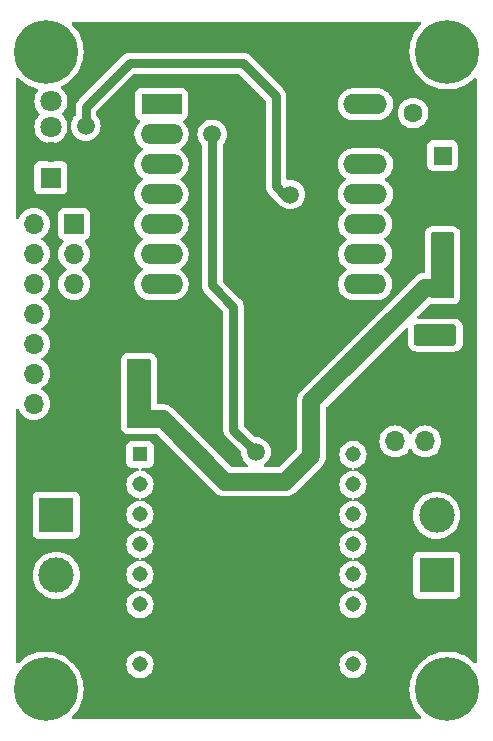
<source format=gbr>
%TF.GenerationSoftware,KiCad,Pcbnew,8.0.5*%
%TF.CreationDate,2024-11-16T20:21:07-03:00*%
%TF.ProjectId,hal9000mainboard,68616c39-3030-4306-9d61-696e626f6172,rev?*%
%TF.SameCoordinates,Original*%
%TF.FileFunction,Copper,L1,Top*%
%TF.FilePolarity,Positive*%
%FSLAX46Y46*%
G04 Gerber Fmt 4.6, Leading zero omitted, Abs format (unit mm)*
G04 Created by KiCad (PCBNEW 8.0.5) date 2024-11-16 20:21:07*
%MOMM*%
%LPD*%
G01*
G04 APERTURE LIST*
G04 Aperture macros list*
%AMRoundRect*
0 Rectangle with rounded corners*
0 $1 Rounding radius*
0 $2 $3 $4 $5 $6 $7 $8 $9 X,Y pos of 4 corners*
0 Add a 4 corners polygon primitive as box body*
4,1,4,$2,$3,$4,$5,$6,$7,$8,$9,$2,$3,0*
0 Add four circle primitives for the rounded corners*
1,1,$1+$1,$2,$3*
1,1,$1+$1,$4,$5*
1,1,$1+$1,$6,$7*
1,1,$1+$1,$8,$9*
0 Add four rect primitives between the rounded corners*
20,1,$1+$1,$2,$3,$4,$5,0*
20,1,$1+$1,$4,$5,$6,$7,0*
20,1,$1+$1,$6,$7,$8,$9,0*
20,1,$1+$1,$8,$9,$2,$3,0*%
G04 Aperture macros list end*
%TA.AperFunction,ComponentPad*%
%ADD10R,3.500000X1.700000*%
%TD*%
%TA.AperFunction,ComponentPad*%
%ADD11O,3.600000X1.700000*%
%TD*%
%TA.AperFunction,ComponentPad*%
%ADD12O,3.700000X1.700000*%
%TD*%
%TA.AperFunction,ComponentPad*%
%ADD13R,3.000000X3.000000*%
%TD*%
%TA.AperFunction,ComponentPad*%
%ADD14C,3.000000*%
%TD*%
%TA.AperFunction,ComponentPad*%
%ADD15RoundRect,0.250000X-1.550000X0.650000X-1.550000X-0.650000X1.550000X-0.650000X1.550000X0.650000X0*%
%TD*%
%TA.AperFunction,ComponentPad*%
%ADD16O,3.600000X1.800000*%
%TD*%
%TA.AperFunction,ComponentPad*%
%ADD17C,5.400000*%
%TD*%
%TA.AperFunction,ComponentPad*%
%ADD18R,1.600000X1.600000*%
%TD*%
%TA.AperFunction,ComponentPad*%
%ADD19O,1.600000X1.600000*%
%TD*%
%TA.AperFunction,ComponentPad*%
%ADD20R,1.308000X1.308000*%
%TD*%
%TA.AperFunction,ComponentPad*%
%ADD21C,1.308000*%
%TD*%
%TA.AperFunction,ComponentPad*%
%ADD22R,1.800000X1.800000*%
%TD*%
%TA.AperFunction,ComponentPad*%
%ADD23C,1.800000*%
%TD*%
%TA.AperFunction,ComponentPad*%
%ADD24C,1.600000*%
%TD*%
%TA.AperFunction,ComponentPad*%
%ADD25R,1.700000X1.700000*%
%TD*%
%TA.AperFunction,ComponentPad*%
%ADD26O,1.700000X1.700000*%
%TD*%
%TA.AperFunction,ViaPad*%
%ADD27C,1.500000*%
%TD*%
%TA.AperFunction,Conductor*%
%ADD28C,1.500000*%
%TD*%
%TA.AperFunction,Conductor*%
%ADD29C,0.750000*%
%TD*%
G04 APERTURE END LIST*
D10*
%TO.P,U1002,1,PA02_A0_D0*%
%TO.N,Net-(U1002-PA02_A0_D0)*%
X12810000Y-7450000D03*
D11*
%TO.P,U1002,2,PA4_A1_D1*%
%TO.N,BUSY*%
X12810000Y-9990000D03*
%TO.P,U1002,3,PA10_A2_D2*%
%TO.N,LED1*%
X12810000Y-12530000D03*
%TO.P,U1002,4,PA11_A3_D3*%
%TO.N,LED2*%
X12810000Y-15070000D03*
%TO.P,U1002,5,PA8_A4_D4_SDA*%
%TO.N,/scl*%
X12810000Y-17610000D03*
%TO.P,U1002,6,PA9_A5_D5_SCL*%
%TO.N,/sda*%
X12810000Y-20150000D03*
%TO.P,U1002,7,PB08_A6_D6_TX*%
%TO.N,UC_TX*%
X12810000Y-22690000D03*
%TO.P,U1002,8,PB09_A7_D7_RX*%
%TO.N,UC_RX*%
X30060000Y-22690000D03*
%TO.P,U1002,9,PA7_A8_D8_SCK*%
%TO.N,Net-(U1002-PA7_A8_D8_SCK)*%
X30060000Y-20150000D03*
%TO.P,U1002,10,PA5_A9_D9_MISO*%
%TO.N,Net-(U1002-PA5_A9_D9_MISO)*%
X30060000Y-17610000D03*
D12*
%TO.P,U1002,11,PA6_A10_D10_MOSI*%
%TO.N,LED3*%
X30060000Y-15070000D03*
%TO.P,U1002,12,3V3*%
%TO.N,Net-(U1002-3V3)*%
X30060000Y-12530000D03*
%TO.P,U1002,13,GND*%
%TO.N,GND*%
X30060000Y-9990000D03*
%TO.P,U1002,14,5V*%
%TO.N,Net-(D1001-K)*%
X30060000Y-7450000D03*
%TD*%
D13*
%TO.P,J1004,1,Pin_1*%
%TO.N,Net-(J1004-Pin_1)*%
X3900000Y-42260000D03*
D14*
%TO.P,J1004,2,Pin_2*%
%TO.N,Net-(J1004-Pin_2)*%
X3900000Y-47340000D03*
%TD*%
D15*
%TO.P,J1001,1,Pin_1*%
%TO.N,+5V*%
X36000000Y-27000000D03*
D16*
%TO.P,J1001,2,Pin_2*%
%TO.N,GND*%
X36000000Y-30810000D03*
%TD*%
D17*
%TO.P,REF\u002A\u002A,1*%
%TO.N,N/C*%
X37000000Y-3000000D03*
%TD*%
D18*
%TO.P,D1001,1,K*%
%TO.N,Net-(D1001-K)*%
X36600000Y-11800000D03*
D19*
%TO.P,D1001,2,A*%
%TO.N,+5V*%
X36600000Y-19420000D03*
%TD*%
D20*
%TO.P,U1001,1,VCC*%
%TO.N,+5V*%
X10983000Y-37110000D03*
D21*
%TO.P,U1001,2,RX*%
%TO.N,UC_TX*%
X10983000Y-39650000D03*
%TO.P,U1001,3,TX*%
%TO.N,UC_RX*%
X10983000Y-42190000D03*
%TO.P,U1001,4,DAC_R*%
%TO.N,Net-(J1004-Pin_1)*%
X10983000Y-44730000D03*
%TO.P,U1001,5,DAC_L*%
%TO.N,Net-(J1004-Pin_2)*%
X10983000Y-47270000D03*
%TO.P,U1001,6,SPK1*%
%TO.N,Net-(J1003-Pin_2)*%
X10983000Y-49810000D03*
%TO.P,U1001,7,GND*%
%TO.N,GND*%
X10983000Y-52350000D03*
%TO.P,U1001,8,SPK2*%
%TO.N,Net-(J1003-Pin_1)*%
X10983000Y-54890000D03*
%TO.P,U1001,9,IO1*%
%TO.N,unconnected-(U1001-IO1-Pad9)*%
X29017000Y-54890000D03*
%TO.P,U1001,10,GND*%
%TO.N,GND*%
X29017000Y-52350000D03*
%TO.P,U1001,11,IO2*%
%TO.N,unconnected-(U1001-IO2-Pad11)*%
X29017000Y-49810000D03*
%TO.P,U1001,12,ADKEY1*%
%TO.N,unconnected-(U1001-ADKEY1-Pad12)*%
X29017000Y-47270000D03*
%TO.P,U1001,13,ADKEY2*%
%TO.N,unconnected-(U1001-ADKEY2-Pad13)*%
X29017000Y-44730000D03*
%TO.P,U1001,14,USB+*%
%TO.N,unconnected-(U1001-USB+-Pad14)*%
X29017000Y-42190000D03*
%TO.P,U1001,15,USB-*%
%TO.N,unconnected-(U1001-USB--Pad15)*%
X29017000Y-39650000D03*
%TO.P,U1001,16,BUSY*%
%TO.N,BUSY*%
X29017000Y-37110000D03*
%TD*%
D22*
%TO.P,D1003,1,GA*%
%TO.N,Net-(D1003-GA)*%
X3440000Y-13680000D03*
D23*
%TO.P,D1003,2,K*%
%TO.N,GND*%
X3440000Y-11521000D03*
%TO.P,D1003,3,BA*%
%TO.N,Net-(D1003-BA)*%
X3440000Y-9362000D03*
%TO.P,D1003,4,RA*%
%TO.N,Net-(D1003-RA)*%
X3440000Y-7203000D03*
%TD*%
D17*
%TO.P,REF\u002A\u002A,1*%
%TO.N,N/C*%
X3000000Y-3000000D03*
%TD*%
%TO.P,REF\u002A\u002A,1*%
%TO.N,N/C*%
X3000000Y-57000000D03*
%TD*%
D24*
%TO.P,C1001,1*%
%TO.N,+5V*%
X10900000Y-30100000D03*
%TO.P,C1001,2*%
%TO.N,GND*%
X8400000Y-30100000D03*
%TD*%
D17*
%TO.P,REF\u002A\u002A,1*%
%TO.N,N/C*%
X37000000Y-57000000D03*
%TD*%
D13*
%TO.P,J1003,1,Pin_1*%
%TO.N,Net-(J1003-Pin_1)*%
X36100000Y-47340000D03*
D14*
%TO.P,J1003,2,Pin_2*%
%TO.N,Net-(J1003-Pin_2)*%
X36100000Y-42260000D03*
%TD*%
D24*
%TO.P,C1,1*%
%TO.N,Net-(D1001-K)*%
X34100000Y-8200000D03*
%TO.P,C1,2*%
%TO.N,GND*%
X36600000Y-8200000D03*
%TD*%
D25*
%TO.P,J1002,1,Pin_1*%
%TO.N,/scl*%
X5400000Y-17600000D03*
D26*
%TO.P,J1002,2,Pin_2*%
%TO.N,/sda*%
X5400000Y-20140000D03*
%TO.P,J1002,3,Pin_3*%
%TO.N,+5V*%
X5400000Y-22680000D03*
%TO.P,J1002,4,Pin_4*%
%TO.N,GND*%
X5400000Y-25220000D03*
%TD*%
D25*
%TO.P,J1006,1,Pin_1*%
%TO.N,GND*%
X2000000Y-35355000D03*
D26*
%TO.P,J1006,2,Pin_2*%
%TO.N,+5V*%
X2000000Y-32815000D03*
%TO.P,J1006,3,Pin_3*%
%TO.N,unconnected-(J1006-Pin_3-Pad3)*%
X2000000Y-30275000D03*
%TO.P,J1006,4,Pin_4*%
%TO.N,unconnected-(J1006-Pin_4-Pad4)*%
X2000000Y-27735000D03*
%TO.P,J1006,5,Pin_5*%
%TO.N,unconnected-(J1006-Pin_5-Pad5)*%
X2000000Y-25195000D03*
%TO.P,J1006,6,Pin_6*%
%TO.N,unconnected-(J1006-Pin_6-Pad6)*%
X2000000Y-22655000D03*
%TO.P,J1006,7,Pin_7*%
%TO.N,/sda*%
X2000000Y-20115000D03*
%TO.P,J1006,8,Pin_8*%
%TO.N,/scl*%
X2000000Y-17575000D03*
%TD*%
D25*
%TO.P,J1005,1,Pin_1*%
%TO.N,GND*%
X37680000Y-36000000D03*
D26*
%TO.P,J1005,2,Pin_2*%
%TO.N,+5V*%
X35140000Y-36000000D03*
%TO.P,J1005,3,Pin_3*%
%TO.N,LED3*%
X32600000Y-36000000D03*
%TD*%
D27*
%TO.N,GND*%
X5500000Y-30100000D03*
X20700000Y-46600000D03*
X1800000Y-52400000D03*
X7600000Y-11600000D03*
X29300000Y-1400000D03*
X19600000Y-7500000D03*
%TO.N,+5V*%
X36600000Y-23000000D03*
X36600000Y-21500000D03*
X10900000Y-32600000D03*
X10900000Y-34100000D03*
%TO.N,Net-(D1003-BA)*%
X6400000Y-9300000D03*
X23700000Y-15100000D03*
%TO.N,BUSY*%
X17100000Y-10000000D03*
X20800000Y-36900000D03*
%TD*%
D28*
%TO.N,+5V*%
X25500000Y-32600000D02*
X35100000Y-23000000D01*
X25500000Y-37200000D02*
X25500000Y-32600000D01*
X12900000Y-34100000D02*
X18200000Y-39400000D01*
X10900000Y-32600000D02*
X10900000Y-34100000D01*
X10900000Y-34100000D02*
X12900000Y-34100000D01*
X35100000Y-23000000D02*
X36600000Y-23000000D01*
X18200000Y-39400000D02*
X23300000Y-39400000D01*
X23300000Y-39400000D02*
X25500000Y-37200000D01*
D29*
%TO.N,Net-(D1003-BA)*%
X22500000Y-6800000D02*
X19700000Y-4000000D01*
X19700000Y-4000000D02*
X10100000Y-4000000D01*
X23675000Y-15100000D02*
X23200000Y-15100000D01*
X6400000Y-7700000D02*
X6400000Y-9300000D01*
X22500000Y-14400000D02*
X22500000Y-6800000D01*
X10100000Y-4000000D02*
X6400000Y-7700000D01*
X23200000Y-15100000D02*
X22500000Y-14400000D01*
%TO.N,BUSY*%
X18900000Y-24600000D02*
X17100000Y-22800000D01*
X17100000Y-22800000D02*
X17100000Y-10000000D01*
X18900000Y-35000000D02*
X18900000Y-24600000D01*
X20800000Y-36900000D02*
X18900000Y-35000000D01*
%TD*%
%TA.AperFunction,Conductor*%
%TO.N,+5V*%
G36*
X37543039Y-18319685D02*
G01*
X37588794Y-18372489D01*
X37600000Y-18424000D01*
X37600000Y-23776000D01*
X37580315Y-23843039D01*
X37527511Y-23888794D01*
X37476000Y-23900000D01*
X35724000Y-23900000D01*
X35656961Y-23880315D01*
X35611206Y-23827511D01*
X35600000Y-23776000D01*
X35600000Y-18424000D01*
X35619685Y-18356961D01*
X35672489Y-18311206D01*
X35724000Y-18300000D01*
X37476000Y-18300000D01*
X37543039Y-18319685D01*
G37*
%TD.AperFunction*%
%TD*%
%TA.AperFunction,Conductor*%
%TO.N,GND*%
G36*
X34736080Y-520185D02*
G01*
X34781835Y-572989D01*
X34791779Y-642147D01*
X34762754Y-705703D01*
X34751668Y-716959D01*
X34733343Y-733334D01*
X34493805Y-1001377D01*
X34285790Y-1294545D01*
X34111905Y-1609168D01*
X33974339Y-1941281D01*
X33874828Y-2286694D01*
X33874826Y-2286703D01*
X33814614Y-2641085D01*
X33814612Y-2641097D01*
X33794457Y-3000000D01*
X33814612Y-3358902D01*
X33814613Y-3358907D01*
X33874827Y-3713300D01*
X33974341Y-4058724D01*
X34111906Y-4390833D01*
X34285789Y-4705452D01*
X34493806Y-4998623D01*
X34733339Y-5266661D01*
X35001377Y-5506194D01*
X35294548Y-5714211D01*
X35609167Y-5888094D01*
X35941276Y-6025659D01*
X36286700Y-6125173D01*
X36641093Y-6185387D01*
X37000000Y-6205543D01*
X37358907Y-6185387D01*
X37713300Y-6125173D01*
X38058724Y-6025659D01*
X38390833Y-5888094D01*
X38705452Y-5714211D01*
X38998623Y-5506194D01*
X39266661Y-5266661D01*
X39283040Y-5248331D01*
X39342387Y-5211461D01*
X39412248Y-5212528D01*
X39470443Y-5251196D01*
X39498493Y-5315188D01*
X39499500Y-5330958D01*
X39499500Y-54669040D01*
X39479815Y-54736079D01*
X39427011Y-54781834D01*
X39357853Y-54791778D01*
X39294297Y-54762753D01*
X39283042Y-54751669D01*
X39266662Y-54733340D01*
X38998622Y-54493805D01*
X38705454Y-54285790D01*
X38390831Y-54111905D01*
X38304086Y-54075974D01*
X38058724Y-53974341D01*
X38058720Y-53974339D01*
X38058718Y-53974339D01*
X37713305Y-53874828D01*
X37713296Y-53874826D01*
X37358914Y-53814614D01*
X37358902Y-53814612D01*
X37000000Y-53794457D01*
X36641097Y-53814612D01*
X36641085Y-53814614D01*
X36286703Y-53874826D01*
X36286694Y-53874828D01*
X35941281Y-53974339D01*
X35609168Y-54111905D01*
X35294545Y-54285790D01*
X35001377Y-54493805D01*
X34733339Y-54733339D01*
X34493805Y-55001377D01*
X34285790Y-55294545D01*
X34111905Y-55609168D01*
X33989225Y-55905341D01*
X33979885Y-55927893D01*
X33974339Y-55941281D01*
X33874828Y-56286694D01*
X33874826Y-56286703D01*
X33814614Y-56641085D01*
X33814612Y-56641097D01*
X33794457Y-57000000D01*
X33814612Y-57358902D01*
X33814614Y-57358914D01*
X33874826Y-57713296D01*
X33874828Y-57713305D01*
X33974339Y-58058718D01*
X34111905Y-58390831D01*
X34285790Y-58705454D01*
X34493805Y-58998622D01*
X34733343Y-59266665D01*
X34751668Y-59283041D01*
X34788539Y-59342390D01*
X34787470Y-59412251D01*
X34748800Y-59470444D01*
X34684808Y-59498494D01*
X34669041Y-59499500D01*
X5330959Y-59499500D01*
X5263920Y-59479815D01*
X5218165Y-59427011D01*
X5208221Y-59357853D01*
X5237246Y-59294297D01*
X5248332Y-59283041D01*
X5253941Y-59278027D01*
X5266661Y-59266661D01*
X5506194Y-58998623D01*
X5714211Y-58705452D01*
X5888094Y-58390833D01*
X6025659Y-58058724D01*
X6125173Y-57713300D01*
X6185387Y-57358907D01*
X6205543Y-57000000D01*
X6185387Y-56641093D01*
X6125173Y-56286700D01*
X6025659Y-55941276D01*
X5888094Y-55609167D01*
X5714211Y-55294548D01*
X5506194Y-55001377D01*
X5406661Y-54889999D01*
X9823554Y-54889999D01*
X9823554Y-54890000D01*
X9843295Y-55103047D01*
X9843296Y-55103050D01*
X9901846Y-55308835D01*
X9901849Y-55308840D01*
X9997219Y-55500370D01*
X10126159Y-55671114D01*
X10284278Y-55815258D01*
X10284283Y-55815261D01*
X10284286Y-55815263D01*
X10466186Y-55927891D01*
X10466187Y-55927891D01*
X10466190Y-55927893D01*
X10665703Y-56005185D01*
X10876020Y-56044500D01*
X10876022Y-56044500D01*
X11089978Y-56044500D01*
X11089980Y-56044500D01*
X11300297Y-56005185D01*
X11499810Y-55927893D01*
X11681722Y-55815258D01*
X11839841Y-55671114D01*
X11968781Y-55500370D01*
X12064151Y-55308840D01*
X12064151Y-55308837D01*
X12064153Y-55308835D01*
X12122703Y-55103050D01*
X12122704Y-55103047D01*
X12142446Y-54890000D01*
X12142446Y-54889999D01*
X27857554Y-54889999D01*
X27857554Y-54890000D01*
X27877295Y-55103047D01*
X27877296Y-55103050D01*
X27935846Y-55308835D01*
X27935849Y-55308840D01*
X28031219Y-55500370D01*
X28160159Y-55671114D01*
X28318278Y-55815258D01*
X28318283Y-55815261D01*
X28318286Y-55815263D01*
X28500186Y-55927891D01*
X28500187Y-55927891D01*
X28500190Y-55927893D01*
X28699703Y-56005185D01*
X28910020Y-56044500D01*
X28910022Y-56044500D01*
X29123978Y-56044500D01*
X29123980Y-56044500D01*
X29334297Y-56005185D01*
X29533810Y-55927893D01*
X29715722Y-55815258D01*
X29873841Y-55671114D01*
X30002781Y-55500370D01*
X30098151Y-55308840D01*
X30098151Y-55308837D01*
X30098153Y-55308835D01*
X30156703Y-55103050D01*
X30156704Y-55103047D01*
X30176446Y-54890000D01*
X30176446Y-54889999D01*
X30156704Y-54676952D01*
X30156703Y-54676949D01*
X30098153Y-54471164D01*
X30098150Y-54471158D01*
X30005848Y-54285790D01*
X30002781Y-54279630D01*
X29873841Y-54108886D01*
X29715722Y-53964742D01*
X29715716Y-53964738D01*
X29715713Y-53964736D01*
X29533813Y-53852108D01*
X29533807Y-53852106D01*
X29334297Y-53774815D01*
X29123980Y-53735500D01*
X28910020Y-53735500D01*
X28699703Y-53774815D01*
X28596973Y-53814613D01*
X28500192Y-53852106D01*
X28500186Y-53852108D01*
X28318286Y-53964736D01*
X28318283Y-53964738D01*
X28318279Y-53964740D01*
X28318278Y-53964742D01*
X28160159Y-54108886D01*
X28160158Y-54108887D01*
X28031219Y-54279629D01*
X27935849Y-54471158D01*
X27935846Y-54471164D01*
X27877296Y-54676949D01*
X27877295Y-54676952D01*
X27857554Y-54889999D01*
X12142446Y-54889999D01*
X12122704Y-54676952D01*
X12122703Y-54676949D01*
X12064153Y-54471164D01*
X12064150Y-54471158D01*
X11971848Y-54285790D01*
X11968781Y-54279630D01*
X11839841Y-54108886D01*
X11681722Y-53964742D01*
X11681716Y-53964738D01*
X11681713Y-53964736D01*
X11499813Y-53852108D01*
X11499807Y-53852106D01*
X11300297Y-53774815D01*
X11089980Y-53735500D01*
X10876020Y-53735500D01*
X10665703Y-53774815D01*
X10562973Y-53814613D01*
X10466192Y-53852106D01*
X10466186Y-53852108D01*
X10284286Y-53964736D01*
X10284283Y-53964738D01*
X10284279Y-53964740D01*
X10284278Y-53964742D01*
X10126159Y-54108886D01*
X10126158Y-54108887D01*
X9997219Y-54279629D01*
X9901849Y-54471158D01*
X9901846Y-54471164D01*
X9843296Y-54676949D01*
X9843295Y-54676952D01*
X9823554Y-54889999D01*
X5406661Y-54889999D01*
X5266661Y-54733339D01*
X4998623Y-54493806D01*
X4998622Y-54493805D01*
X4705454Y-54285790D01*
X4390831Y-54111905D01*
X4304086Y-54075974D01*
X4058724Y-53974341D01*
X4058720Y-53974339D01*
X4058718Y-53974339D01*
X3713305Y-53874828D01*
X3713296Y-53874826D01*
X3358914Y-53814614D01*
X3358902Y-53814612D01*
X3000000Y-53794457D01*
X2641097Y-53814612D01*
X2641085Y-53814614D01*
X2286703Y-53874826D01*
X2286694Y-53874828D01*
X1941281Y-53974339D01*
X1609168Y-54111905D01*
X1294545Y-54285790D01*
X1001377Y-54493805D01*
X733337Y-54733340D01*
X716958Y-54751669D01*
X657607Y-54788539D01*
X587746Y-54787468D01*
X529554Y-54748797D01*
X501506Y-54684804D01*
X500500Y-54669040D01*
X500500Y-47339998D01*
X1894390Y-47339998D01*
X1894390Y-47340001D01*
X1914804Y-47625433D01*
X1975628Y-47905037D01*
X2075635Y-48173166D01*
X2212770Y-48424309D01*
X2212775Y-48424317D01*
X2384254Y-48653387D01*
X2384270Y-48653405D01*
X2586594Y-48855729D01*
X2586612Y-48855745D01*
X2815682Y-49027224D01*
X2815690Y-49027229D01*
X3066833Y-49164364D01*
X3066832Y-49164364D01*
X3066836Y-49164365D01*
X3066839Y-49164367D01*
X3334954Y-49264369D01*
X3334960Y-49264370D01*
X3334962Y-49264371D01*
X3614566Y-49325195D01*
X3614568Y-49325195D01*
X3614572Y-49325196D01*
X3868220Y-49343337D01*
X3899999Y-49345610D01*
X3900000Y-49345610D01*
X3900001Y-49345610D01*
X3928595Y-49343564D01*
X4185428Y-49325196D01*
X4375742Y-49283796D01*
X4465037Y-49264371D01*
X4465037Y-49264370D01*
X4465046Y-49264369D01*
X4733161Y-49164367D01*
X4984315Y-49027226D01*
X5213395Y-48855739D01*
X5415739Y-48653395D01*
X5587226Y-48424315D01*
X5724367Y-48173161D01*
X5824369Y-47905046D01*
X5885196Y-47625428D01*
X5905610Y-47340000D01*
X5885196Y-47054572D01*
X5840947Y-46851164D01*
X5824371Y-46774962D01*
X5824370Y-46774960D01*
X5824369Y-46774954D01*
X5724367Y-46506839D01*
X5714564Y-46488887D01*
X5587229Y-46255690D01*
X5587224Y-46255682D01*
X5415745Y-46026612D01*
X5415729Y-46026594D01*
X5213405Y-45824270D01*
X5213387Y-45824254D01*
X4984317Y-45652775D01*
X4984309Y-45652770D01*
X4733166Y-45515635D01*
X4733167Y-45515635D01*
X4625915Y-45475632D01*
X4465046Y-45415631D01*
X4465043Y-45415630D01*
X4465037Y-45415628D01*
X4185433Y-45354804D01*
X3900001Y-45334390D01*
X3899999Y-45334390D01*
X3614566Y-45354804D01*
X3334962Y-45415628D01*
X3066833Y-45515635D01*
X2815690Y-45652770D01*
X2815682Y-45652775D01*
X2586612Y-45824254D01*
X2586594Y-45824270D01*
X2384270Y-46026594D01*
X2384254Y-46026612D01*
X2212775Y-46255682D01*
X2212770Y-46255690D01*
X2075635Y-46506833D01*
X1975628Y-46774962D01*
X1914804Y-47054566D01*
X1894390Y-47339998D01*
X500500Y-47339998D01*
X500500Y-40712135D01*
X1899500Y-40712135D01*
X1899500Y-43807870D01*
X1899501Y-43807876D01*
X1905908Y-43867483D01*
X1956202Y-44002328D01*
X1956206Y-44002335D01*
X2042452Y-44117544D01*
X2042455Y-44117547D01*
X2157664Y-44203793D01*
X2157671Y-44203797D01*
X2292517Y-44254091D01*
X2292516Y-44254091D01*
X2299444Y-44254835D01*
X2352127Y-44260500D01*
X5447872Y-44260499D01*
X5507483Y-44254091D01*
X5642331Y-44203796D01*
X5757546Y-44117546D01*
X5843796Y-44002331D01*
X5894091Y-43867483D01*
X5900500Y-43807873D01*
X5900499Y-40712128D01*
X5894091Y-40652517D01*
X5881854Y-40619709D01*
X5843797Y-40517671D01*
X5843793Y-40517664D01*
X5757547Y-40402455D01*
X5757544Y-40402452D01*
X5642335Y-40316206D01*
X5642328Y-40316202D01*
X5507482Y-40265908D01*
X5507483Y-40265908D01*
X5447883Y-40259501D01*
X5447881Y-40259500D01*
X5447873Y-40259500D01*
X5447864Y-40259500D01*
X2352129Y-40259500D01*
X2352123Y-40259501D01*
X2292516Y-40265908D01*
X2157671Y-40316202D01*
X2157664Y-40316206D01*
X2042455Y-40402452D01*
X2042452Y-40402455D01*
X1956206Y-40517664D01*
X1956202Y-40517671D01*
X1905908Y-40652517D01*
X1899501Y-40712116D01*
X1899501Y-40712123D01*
X1899500Y-40712135D01*
X500500Y-40712135D01*
X500500Y-39649999D01*
X9823554Y-39649999D01*
X9823554Y-39650000D01*
X9843295Y-39863047D01*
X9843296Y-39863050D01*
X9901846Y-40068835D01*
X9901849Y-40068840D01*
X9997219Y-40260370D01*
X10126159Y-40431114D01*
X10284278Y-40575258D01*
X10284283Y-40575261D01*
X10284286Y-40575263D01*
X10466186Y-40687891D01*
X10466187Y-40687891D01*
X10466190Y-40687893D01*
X10665703Y-40765185D01*
X10841845Y-40798111D01*
X10904125Y-40829779D01*
X10939398Y-40890092D01*
X10936464Y-40959900D01*
X10896255Y-41017040D01*
X10841845Y-41041888D01*
X10665703Y-41074815D01*
X10539533Y-41123693D01*
X10466192Y-41152106D01*
X10466186Y-41152108D01*
X10284286Y-41264736D01*
X10284283Y-41264738D01*
X10284279Y-41264740D01*
X10284278Y-41264742D01*
X10126159Y-41408886D01*
X10126158Y-41408887D01*
X9997219Y-41579629D01*
X9901849Y-41771158D01*
X9901846Y-41771164D01*
X9843296Y-41976949D01*
X9843295Y-41976952D01*
X9823554Y-42189999D01*
X9823554Y-42190000D01*
X9843295Y-42403047D01*
X9843296Y-42403050D01*
X9901846Y-42608835D01*
X9901849Y-42608840D01*
X9997219Y-42800370D01*
X10126159Y-42971114D01*
X10284278Y-43115258D01*
X10284283Y-43115261D01*
X10284286Y-43115263D01*
X10466186Y-43227891D01*
X10466187Y-43227891D01*
X10466190Y-43227893D01*
X10665703Y-43305185D01*
X10841845Y-43338111D01*
X10904125Y-43369779D01*
X10939398Y-43430092D01*
X10936464Y-43499900D01*
X10896255Y-43557040D01*
X10841845Y-43581888D01*
X10665703Y-43614815D01*
X10539533Y-43663693D01*
X10466192Y-43692106D01*
X10466186Y-43692108D01*
X10284286Y-43804736D01*
X10284283Y-43804738D01*
X10284279Y-43804740D01*
X10284278Y-43804742D01*
X10127982Y-43947224D01*
X10126158Y-43948887D01*
X9997219Y-44119629D01*
X9901849Y-44311158D01*
X9901846Y-44311164D01*
X9843296Y-44516949D01*
X9843295Y-44516952D01*
X9823554Y-44729999D01*
X9823554Y-44730000D01*
X9843295Y-44943047D01*
X9843296Y-44943050D01*
X9901846Y-45148835D01*
X9901849Y-45148840D01*
X9997219Y-45340370D01*
X10126159Y-45511114D01*
X10284278Y-45655258D01*
X10284283Y-45655261D01*
X10284286Y-45655263D01*
X10466186Y-45767891D01*
X10466187Y-45767891D01*
X10466190Y-45767893D01*
X10665703Y-45845185D01*
X10841845Y-45878111D01*
X10904125Y-45909779D01*
X10939398Y-45970092D01*
X10936464Y-46039900D01*
X10896255Y-46097040D01*
X10841845Y-46121888D01*
X10665703Y-46154815D01*
X10539533Y-46203693D01*
X10466192Y-46232106D01*
X10466186Y-46232108D01*
X10284286Y-46344736D01*
X10284283Y-46344738D01*
X10284279Y-46344740D01*
X10284278Y-46344742D01*
X10126159Y-46488886D01*
X10126158Y-46488887D01*
X9997219Y-46659629D01*
X9901849Y-46851158D01*
X9901846Y-46851164D01*
X9843296Y-47056949D01*
X9843295Y-47056952D01*
X9823554Y-47269999D01*
X9823554Y-47270000D01*
X9843295Y-47483047D01*
X9843296Y-47483050D01*
X9901846Y-47688835D01*
X9901849Y-47688840D01*
X9997219Y-47880370D01*
X10126159Y-48051114D01*
X10284278Y-48195258D01*
X10284283Y-48195261D01*
X10284286Y-48195263D01*
X10466186Y-48307891D01*
X10466187Y-48307891D01*
X10466190Y-48307893D01*
X10665703Y-48385185D01*
X10841845Y-48418111D01*
X10904125Y-48449779D01*
X10939398Y-48510092D01*
X10936464Y-48579900D01*
X10896255Y-48637040D01*
X10841845Y-48661888D01*
X10665703Y-48694815D01*
X10539533Y-48743693D01*
X10466192Y-48772106D01*
X10466186Y-48772108D01*
X10284286Y-48884736D01*
X10284283Y-48884738D01*
X10284279Y-48884740D01*
X10284278Y-48884742D01*
X10127982Y-49027224D01*
X10126158Y-49028887D01*
X9997219Y-49199629D01*
X9901849Y-49391158D01*
X9901846Y-49391164D01*
X9843296Y-49596949D01*
X9843295Y-49596952D01*
X9823554Y-49809999D01*
X9823554Y-49810000D01*
X9843295Y-50023047D01*
X9843296Y-50023050D01*
X9901846Y-50228835D01*
X9901849Y-50228840D01*
X9997219Y-50420370D01*
X10126159Y-50591114D01*
X10284278Y-50735258D01*
X10284283Y-50735261D01*
X10284286Y-50735263D01*
X10466186Y-50847891D01*
X10466187Y-50847891D01*
X10466190Y-50847893D01*
X10665703Y-50925185D01*
X10876020Y-50964500D01*
X10876022Y-50964500D01*
X11089978Y-50964500D01*
X11089980Y-50964500D01*
X11300297Y-50925185D01*
X11499810Y-50847893D01*
X11681722Y-50735258D01*
X11839841Y-50591114D01*
X11968781Y-50420370D01*
X12064151Y-50228840D01*
X12064151Y-50228837D01*
X12064153Y-50228835D01*
X12122703Y-50023050D01*
X12122704Y-50023047D01*
X12142446Y-49810000D01*
X12142446Y-49809999D01*
X12122704Y-49596952D01*
X12122703Y-49596949D01*
X12064153Y-49391164D01*
X12064150Y-49391158D01*
X12031305Y-49325196D01*
X11968781Y-49199630D01*
X11839841Y-49028886D01*
X11681722Y-48884742D01*
X11681716Y-48884738D01*
X11681713Y-48884736D01*
X11499813Y-48772108D01*
X11499807Y-48772106D01*
X11300297Y-48694815D01*
X11124153Y-48661888D01*
X11061874Y-48630221D01*
X11026601Y-48569908D01*
X11029535Y-48500100D01*
X11069744Y-48442960D01*
X11124152Y-48418112D01*
X11300297Y-48385185D01*
X11499810Y-48307893D01*
X11681722Y-48195258D01*
X11839841Y-48051114D01*
X11968781Y-47880370D01*
X12064151Y-47688840D01*
X12064151Y-47688837D01*
X12064153Y-47688835D01*
X12122703Y-47483050D01*
X12122704Y-47483047D01*
X12142446Y-47270000D01*
X12142446Y-47269999D01*
X12122704Y-47056952D01*
X12122703Y-47056949D01*
X12064153Y-46851164D01*
X12064150Y-46851158D01*
X12026205Y-46774954D01*
X11968781Y-46659630D01*
X11839841Y-46488886D01*
X11681722Y-46344742D01*
X11681716Y-46344738D01*
X11681713Y-46344736D01*
X11499813Y-46232108D01*
X11499807Y-46232106D01*
X11300297Y-46154815D01*
X11124153Y-46121888D01*
X11061874Y-46090221D01*
X11026601Y-46029908D01*
X11029535Y-45960100D01*
X11069744Y-45902960D01*
X11124152Y-45878112D01*
X11300297Y-45845185D01*
X11499810Y-45767893D01*
X11681722Y-45655258D01*
X11839841Y-45511114D01*
X11968781Y-45340370D01*
X12064151Y-45148840D01*
X12064151Y-45148837D01*
X12064153Y-45148835D01*
X12122703Y-44943050D01*
X12122704Y-44943047D01*
X12142446Y-44730000D01*
X12142446Y-44729999D01*
X12122704Y-44516952D01*
X12122703Y-44516949D01*
X12064153Y-44311164D01*
X12064150Y-44311158D01*
X12031305Y-44245196D01*
X11968781Y-44119630D01*
X11839841Y-43948886D01*
X11681722Y-43804742D01*
X11681716Y-43804738D01*
X11681713Y-43804736D01*
X11499813Y-43692108D01*
X11499807Y-43692106D01*
X11300297Y-43614815D01*
X11124153Y-43581888D01*
X11061874Y-43550221D01*
X11026601Y-43489908D01*
X11029535Y-43420100D01*
X11069744Y-43362960D01*
X11124152Y-43338112D01*
X11300297Y-43305185D01*
X11499810Y-43227893D01*
X11681722Y-43115258D01*
X11839841Y-42971114D01*
X11968781Y-42800370D01*
X12064151Y-42608840D01*
X12064151Y-42608837D01*
X12064153Y-42608835D01*
X12122703Y-42403050D01*
X12122704Y-42403047D01*
X12142446Y-42190000D01*
X12142446Y-42189999D01*
X12122704Y-41976952D01*
X12122703Y-41976949D01*
X12064153Y-41771164D01*
X12064150Y-41771158D01*
X12026205Y-41694954D01*
X11968781Y-41579630D01*
X11839841Y-41408886D01*
X11681722Y-41264742D01*
X11681716Y-41264738D01*
X11681713Y-41264736D01*
X11499813Y-41152108D01*
X11499807Y-41152106D01*
X11300297Y-41074815D01*
X11124153Y-41041888D01*
X11061874Y-41010221D01*
X11026601Y-40949908D01*
X11029535Y-40880100D01*
X11069744Y-40822960D01*
X11124152Y-40798112D01*
X11300297Y-40765185D01*
X11499810Y-40687893D01*
X11681722Y-40575258D01*
X11839841Y-40431114D01*
X11968781Y-40260370D01*
X12064151Y-40068840D01*
X12064151Y-40068837D01*
X12064153Y-40068835D01*
X12122703Y-39863050D01*
X12122704Y-39863047D01*
X12142446Y-39650000D01*
X12142446Y-39649999D01*
X12122704Y-39436952D01*
X12122703Y-39436949D01*
X12064153Y-39231164D01*
X12064150Y-39231158D01*
X11968781Y-39039630D01*
X11839841Y-38868886D01*
X11681722Y-38724742D01*
X11681716Y-38724738D01*
X11681713Y-38724736D01*
X11499813Y-38612108D01*
X11499807Y-38612106D01*
X11300297Y-38534815D01*
X11169622Y-38510387D01*
X11107342Y-38478720D01*
X11072069Y-38418407D01*
X11075003Y-38348599D01*
X11115212Y-38291459D01*
X11179930Y-38265128D01*
X11192401Y-38264499D01*
X11684872Y-38264499D01*
X11744483Y-38258091D01*
X11879331Y-38207796D01*
X11994546Y-38121546D01*
X12080796Y-38006331D01*
X12131091Y-37871483D01*
X12137500Y-37811873D01*
X12137499Y-36408128D01*
X12131091Y-36348517D01*
X12123769Y-36328887D01*
X12080797Y-36213671D01*
X12080793Y-36213664D01*
X11994547Y-36098455D01*
X11994544Y-36098452D01*
X11879335Y-36012206D01*
X11879328Y-36012202D01*
X11744482Y-35961908D01*
X11744483Y-35961908D01*
X11684883Y-35955501D01*
X11684881Y-35955500D01*
X11684873Y-35955500D01*
X11684864Y-35955500D01*
X10281129Y-35955500D01*
X10281123Y-35955501D01*
X10221516Y-35961908D01*
X10086671Y-36012202D01*
X10086664Y-36012206D01*
X9971455Y-36098452D01*
X9971452Y-36098455D01*
X9885206Y-36213664D01*
X9885202Y-36213671D01*
X9834908Y-36348517D01*
X9828501Y-36408116D01*
X9828501Y-36408123D01*
X9828500Y-36408135D01*
X9828500Y-37811870D01*
X9828501Y-37811876D01*
X9834908Y-37871483D01*
X9885202Y-38006328D01*
X9885206Y-38006335D01*
X9971452Y-38121544D01*
X9971455Y-38121547D01*
X10086664Y-38207793D01*
X10086671Y-38207797D01*
X10221517Y-38258091D01*
X10221516Y-38258091D01*
X10228444Y-38258835D01*
X10281127Y-38264500D01*
X10773592Y-38264499D01*
X10840629Y-38284183D01*
X10886384Y-38336987D01*
X10896328Y-38406146D01*
X10867303Y-38469702D01*
X10808525Y-38507476D01*
X10796375Y-38510388D01*
X10665703Y-38534815D01*
X10539533Y-38583693D01*
X10466192Y-38612106D01*
X10466186Y-38612108D01*
X10284286Y-38724736D01*
X10284283Y-38724738D01*
X10284279Y-38724740D01*
X10284278Y-38724742D01*
X10126159Y-38868886D01*
X10126158Y-38868887D01*
X9997219Y-39039629D01*
X9901849Y-39231158D01*
X9901846Y-39231164D01*
X9843296Y-39436949D01*
X9843295Y-39436952D01*
X9823554Y-39649999D01*
X500500Y-39649999D01*
X500500Y-33354196D01*
X520185Y-33287157D01*
X572989Y-33241402D01*
X642147Y-33231458D01*
X705703Y-33260483D01*
X736882Y-33301791D01*
X825965Y-33492830D01*
X825967Y-33492834D01*
X934281Y-33647521D01*
X961505Y-33686401D01*
X1128599Y-33853495D01*
X1225384Y-33921265D01*
X1322165Y-33989032D01*
X1322167Y-33989033D01*
X1322170Y-33989035D01*
X1536337Y-34088903D01*
X1764592Y-34150063D01*
X1952918Y-34166539D01*
X1999999Y-34170659D01*
X2000000Y-34170659D01*
X2000001Y-34170659D01*
X2039234Y-34167226D01*
X2235408Y-34150063D01*
X2463663Y-34088903D01*
X2677830Y-33989035D01*
X2871401Y-33853495D01*
X3038495Y-33686401D01*
X3174035Y-33492830D01*
X3273903Y-33278663D01*
X3335063Y-33050408D01*
X3355659Y-32815000D01*
X3335063Y-32579592D01*
X3286888Y-32399799D01*
X3273905Y-32351344D01*
X3273904Y-32351343D01*
X3273903Y-32351337D01*
X3174035Y-32137171D01*
X3039193Y-31944595D01*
X3038494Y-31943597D01*
X2871402Y-31776506D01*
X2871396Y-31776501D01*
X2685842Y-31646575D01*
X2642217Y-31591998D01*
X2635023Y-31522500D01*
X2666546Y-31460145D01*
X2685842Y-31443425D01*
X2708026Y-31427891D01*
X2871401Y-31313495D01*
X3038495Y-31146401D01*
X3174035Y-30952830D01*
X3273903Y-30738663D01*
X3335063Y-30510408D01*
X3355659Y-30275000D01*
X3335063Y-30039592D01*
X3286888Y-29859799D01*
X3273905Y-29811344D01*
X3273904Y-29811343D01*
X3273903Y-29811337D01*
X3174035Y-29597171D01*
X3038495Y-29403599D01*
X3038494Y-29403597D01*
X2871402Y-29236506D01*
X2871396Y-29236501D01*
X2710728Y-29124000D01*
X9394500Y-29124000D01*
X9394500Y-34776000D01*
X9394501Y-34776009D01*
X9406052Y-34883450D01*
X9406054Y-34883462D01*
X9417260Y-34934972D01*
X9451383Y-35037497D01*
X9451386Y-35037503D01*
X9529171Y-35158537D01*
X9529179Y-35158548D01*
X9574923Y-35211340D01*
X9574926Y-35211343D01*
X9574930Y-35211347D01*
X9683664Y-35305567D01*
X9683667Y-35305568D01*
X9683668Y-35305569D01*
X9813750Y-35364977D01*
X9814541Y-35365338D01*
X9881580Y-35385023D01*
X9881584Y-35385024D01*
X10024000Y-35405500D01*
X10024003Y-35405500D01*
X11775990Y-35405500D01*
X11776000Y-35405500D01*
X11883456Y-35393947D01*
X11934967Y-35382741D01*
X12012768Y-35356845D01*
X12051928Y-35350500D01*
X12330664Y-35350500D01*
X12397703Y-35370185D01*
X12418345Y-35386819D01*
X17385354Y-40353828D01*
X17544595Y-40469524D01*
X17627454Y-40511742D01*
X17719969Y-40558882D01*
X17719971Y-40558882D01*
X17719974Y-40558884D01*
X17820318Y-40591487D01*
X17907173Y-40619709D01*
X18101578Y-40650500D01*
X18101583Y-40650500D01*
X23398422Y-40650500D01*
X23592826Y-40619709D01*
X23780026Y-40558884D01*
X23955405Y-40469524D01*
X24114646Y-40353828D01*
X26453828Y-38014646D01*
X26569524Y-37855405D01*
X26658884Y-37680026D01*
X26719709Y-37492826D01*
X26744696Y-37335063D01*
X26750500Y-37298421D01*
X26750500Y-37109999D01*
X27857554Y-37109999D01*
X27857554Y-37110000D01*
X27877295Y-37323047D01*
X27877296Y-37323050D01*
X27935846Y-37528835D01*
X27935849Y-37528840D01*
X28031219Y-37720370D01*
X28160159Y-37891114D01*
X28318278Y-38035258D01*
X28318283Y-38035261D01*
X28318286Y-38035263D01*
X28500186Y-38147891D01*
X28500187Y-38147891D01*
X28500190Y-38147893D01*
X28699703Y-38225185D01*
X28875845Y-38258111D01*
X28938125Y-38289779D01*
X28973398Y-38350092D01*
X28970464Y-38419900D01*
X28930255Y-38477040D01*
X28875845Y-38501888D01*
X28699703Y-38534815D01*
X28573533Y-38583693D01*
X28500192Y-38612106D01*
X28500186Y-38612108D01*
X28318286Y-38724736D01*
X28318283Y-38724738D01*
X28318279Y-38724740D01*
X28318278Y-38724742D01*
X28160159Y-38868886D01*
X28160158Y-38868887D01*
X28031219Y-39039629D01*
X27935849Y-39231158D01*
X27935846Y-39231164D01*
X27877296Y-39436949D01*
X27877295Y-39436952D01*
X27857554Y-39649999D01*
X27857554Y-39650000D01*
X27877295Y-39863047D01*
X27877296Y-39863050D01*
X27935846Y-40068835D01*
X27935849Y-40068840D01*
X28031219Y-40260370D01*
X28160159Y-40431114D01*
X28318278Y-40575258D01*
X28318283Y-40575261D01*
X28318286Y-40575263D01*
X28500186Y-40687891D01*
X28500187Y-40687891D01*
X28500190Y-40687893D01*
X28699703Y-40765185D01*
X28875845Y-40798111D01*
X28938125Y-40829779D01*
X28973398Y-40890092D01*
X28970464Y-40959900D01*
X28930255Y-41017040D01*
X28875845Y-41041888D01*
X28699703Y-41074815D01*
X28573533Y-41123693D01*
X28500192Y-41152106D01*
X28500186Y-41152108D01*
X28318286Y-41264736D01*
X28318283Y-41264738D01*
X28318279Y-41264740D01*
X28318278Y-41264742D01*
X28160159Y-41408886D01*
X28160158Y-41408887D01*
X28031219Y-41579629D01*
X27935849Y-41771158D01*
X27935846Y-41771164D01*
X27877296Y-41976949D01*
X27877295Y-41976952D01*
X27857554Y-42189999D01*
X27857554Y-42190000D01*
X27877295Y-42403047D01*
X27877296Y-42403050D01*
X27935846Y-42608835D01*
X27935849Y-42608840D01*
X28031219Y-42800370D01*
X28160159Y-42971114D01*
X28318278Y-43115258D01*
X28318283Y-43115261D01*
X28318286Y-43115263D01*
X28500186Y-43227891D01*
X28500187Y-43227891D01*
X28500190Y-43227893D01*
X28699703Y-43305185D01*
X28875845Y-43338111D01*
X28938125Y-43369779D01*
X28973398Y-43430092D01*
X28970464Y-43499900D01*
X28930255Y-43557040D01*
X28875845Y-43581888D01*
X28699703Y-43614815D01*
X28573533Y-43663693D01*
X28500192Y-43692106D01*
X28500186Y-43692108D01*
X28318286Y-43804736D01*
X28318283Y-43804738D01*
X28318279Y-43804740D01*
X28318278Y-43804742D01*
X28161982Y-43947224D01*
X28160158Y-43948887D01*
X28031219Y-44119629D01*
X27935849Y-44311158D01*
X27935846Y-44311164D01*
X27877296Y-44516949D01*
X27877295Y-44516952D01*
X27857554Y-44729999D01*
X27857554Y-44730000D01*
X27877295Y-44943047D01*
X27877296Y-44943050D01*
X27935846Y-45148835D01*
X27935849Y-45148840D01*
X28031219Y-45340370D01*
X28160159Y-45511114D01*
X28318278Y-45655258D01*
X28318283Y-45655261D01*
X28318286Y-45655263D01*
X28500186Y-45767891D01*
X28500187Y-45767891D01*
X28500190Y-45767893D01*
X28699703Y-45845185D01*
X28875845Y-45878111D01*
X28938125Y-45909779D01*
X28973398Y-45970092D01*
X28970464Y-46039900D01*
X28930255Y-46097040D01*
X28875845Y-46121888D01*
X28699703Y-46154815D01*
X28573533Y-46203693D01*
X28500192Y-46232106D01*
X28500186Y-46232108D01*
X28318286Y-46344736D01*
X28318283Y-46344738D01*
X28318279Y-46344740D01*
X28318278Y-46344742D01*
X28160159Y-46488886D01*
X28160158Y-46488887D01*
X28031219Y-46659629D01*
X27935849Y-46851158D01*
X27935846Y-46851164D01*
X27877296Y-47056949D01*
X27877295Y-47056952D01*
X27857554Y-47269999D01*
X27857554Y-47270000D01*
X27877295Y-47483047D01*
X27877296Y-47483050D01*
X27935846Y-47688835D01*
X27935849Y-47688840D01*
X28031219Y-47880370D01*
X28160159Y-48051114D01*
X28318278Y-48195258D01*
X28318283Y-48195261D01*
X28318286Y-48195263D01*
X28500186Y-48307891D01*
X28500187Y-48307891D01*
X28500190Y-48307893D01*
X28699703Y-48385185D01*
X28875845Y-48418111D01*
X28938125Y-48449779D01*
X28973398Y-48510092D01*
X28970464Y-48579900D01*
X28930255Y-48637040D01*
X28875845Y-48661888D01*
X28699703Y-48694815D01*
X28573533Y-48743693D01*
X28500192Y-48772106D01*
X28500186Y-48772108D01*
X28318286Y-48884736D01*
X28318283Y-48884738D01*
X28318279Y-48884740D01*
X28318278Y-48884742D01*
X28161982Y-49027224D01*
X28160158Y-49028887D01*
X28031219Y-49199629D01*
X27935849Y-49391158D01*
X27935846Y-49391164D01*
X27877296Y-49596949D01*
X27877295Y-49596952D01*
X27857554Y-49809999D01*
X27857554Y-49810000D01*
X27877295Y-50023047D01*
X27877296Y-50023050D01*
X27935846Y-50228835D01*
X27935849Y-50228840D01*
X28031219Y-50420370D01*
X28160159Y-50591114D01*
X28318278Y-50735258D01*
X28318283Y-50735261D01*
X28318286Y-50735263D01*
X28500186Y-50847891D01*
X28500187Y-50847891D01*
X28500190Y-50847893D01*
X28699703Y-50925185D01*
X28910020Y-50964500D01*
X28910022Y-50964500D01*
X29123978Y-50964500D01*
X29123980Y-50964500D01*
X29334297Y-50925185D01*
X29533810Y-50847893D01*
X29715722Y-50735258D01*
X29873841Y-50591114D01*
X30002781Y-50420370D01*
X30098151Y-50228840D01*
X30098151Y-50228837D01*
X30098153Y-50228835D01*
X30156703Y-50023050D01*
X30156704Y-50023047D01*
X30176446Y-49810000D01*
X30176446Y-49809999D01*
X30156704Y-49596952D01*
X30156703Y-49596949D01*
X30098153Y-49391164D01*
X30098150Y-49391158D01*
X30065305Y-49325196D01*
X30002781Y-49199630D01*
X29873841Y-49028886D01*
X29715722Y-48884742D01*
X29715716Y-48884738D01*
X29715713Y-48884736D01*
X29533813Y-48772108D01*
X29533807Y-48772106D01*
X29334297Y-48694815D01*
X29158153Y-48661888D01*
X29095874Y-48630221D01*
X29060601Y-48569908D01*
X29063535Y-48500100D01*
X29103744Y-48442960D01*
X29158152Y-48418112D01*
X29334297Y-48385185D01*
X29533810Y-48307893D01*
X29715722Y-48195258D01*
X29873841Y-48051114D01*
X30002781Y-47880370D01*
X30098151Y-47688840D01*
X30098151Y-47688837D01*
X30098153Y-47688835D01*
X30156703Y-47483050D01*
X30156704Y-47483047D01*
X30176446Y-47270000D01*
X30176446Y-47269999D01*
X30156704Y-47056952D01*
X30156703Y-47056949D01*
X30098153Y-46851164D01*
X30098150Y-46851158D01*
X30060205Y-46774954D01*
X30002781Y-46659630D01*
X29873841Y-46488886D01*
X29715722Y-46344742D01*
X29715716Y-46344738D01*
X29715713Y-46344736D01*
X29533813Y-46232108D01*
X29533807Y-46232106D01*
X29334297Y-46154815D01*
X29158153Y-46121888D01*
X29095874Y-46090221D01*
X29060601Y-46029908D01*
X29063535Y-45960100D01*
X29103744Y-45902960D01*
X29158152Y-45878112D01*
X29334297Y-45845185D01*
X29471234Y-45792135D01*
X34099500Y-45792135D01*
X34099500Y-48887870D01*
X34099501Y-48887876D01*
X34105908Y-48947483D01*
X34156202Y-49082328D01*
X34156206Y-49082335D01*
X34242452Y-49197544D01*
X34242455Y-49197547D01*
X34357664Y-49283793D01*
X34357671Y-49283797D01*
X34492517Y-49334091D01*
X34492516Y-49334091D01*
X34499444Y-49334835D01*
X34552127Y-49340500D01*
X37647872Y-49340499D01*
X37707483Y-49334091D01*
X37842331Y-49283796D01*
X37957546Y-49197546D01*
X38043796Y-49082331D01*
X38094091Y-48947483D01*
X38100500Y-48887873D01*
X38100499Y-45792128D01*
X38094091Y-45732517D01*
X38065276Y-45655261D01*
X38043797Y-45597671D01*
X38043793Y-45597664D01*
X37957547Y-45482455D01*
X37957544Y-45482452D01*
X37842335Y-45396206D01*
X37842328Y-45396202D01*
X37707482Y-45345908D01*
X37707483Y-45345908D01*
X37647883Y-45339501D01*
X37647881Y-45339500D01*
X37647873Y-45339500D01*
X37647864Y-45339500D01*
X34552129Y-45339500D01*
X34552123Y-45339501D01*
X34492516Y-45345908D01*
X34357671Y-45396202D01*
X34357664Y-45396206D01*
X34242455Y-45482452D01*
X34242452Y-45482455D01*
X34156206Y-45597664D01*
X34156202Y-45597671D01*
X34105908Y-45732517D01*
X34099501Y-45792116D01*
X34099501Y-45792123D01*
X34099500Y-45792135D01*
X29471234Y-45792135D01*
X29533810Y-45767893D01*
X29715722Y-45655258D01*
X29873841Y-45511114D01*
X30002781Y-45340370D01*
X30098151Y-45148840D01*
X30098151Y-45148837D01*
X30098153Y-45148835D01*
X30156703Y-44943050D01*
X30156704Y-44943047D01*
X30176446Y-44730000D01*
X30176446Y-44729999D01*
X30156704Y-44516952D01*
X30156703Y-44516949D01*
X30098153Y-44311164D01*
X30098150Y-44311158D01*
X30065305Y-44245196D01*
X30002781Y-44119630D01*
X29873841Y-43948886D01*
X29715722Y-43804742D01*
X29715716Y-43804738D01*
X29715713Y-43804736D01*
X29533813Y-43692108D01*
X29533807Y-43692106D01*
X29334297Y-43614815D01*
X29158153Y-43581888D01*
X29095874Y-43550221D01*
X29060601Y-43489908D01*
X29063535Y-43420100D01*
X29103744Y-43362960D01*
X29158152Y-43338112D01*
X29334297Y-43305185D01*
X29533810Y-43227893D01*
X29715722Y-43115258D01*
X29873841Y-42971114D01*
X30002781Y-42800370D01*
X30098151Y-42608840D01*
X30098151Y-42608837D01*
X30098153Y-42608835D01*
X30156703Y-42403050D01*
X30156704Y-42403047D01*
X30169960Y-42259998D01*
X34094390Y-42259998D01*
X34094390Y-42260001D01*
X34114804Y-42545433D01*
X34175628Y-42825037D01*
X34275635Y-43093166D01*
X34412770Y-43344309D01*
X34412775Y-43344317D01*
X34584254Y-43573387D01*
X34584270Y-43573405D01*
X34786594Y-43775729D01*
X34786612Y-43775745D01*
X35015682Y-43947224D01*
X35015690Y-43947229D01*
X35266833Y-44084364D01*
X35266832Y-44084364D01*
X35266836Y-44084365D01*
X35266839Y-44084367D01*
X35534954Y-44184369D01*
X35534960Y-44184370D01*
X35534962Y-44184371D01*
X35814566Y-44245195D01*
X35814568Y-44245195D01*
X35814572Y-44245196D01*
X36068220Y-44263337D01*
X36099999Y-44265610D01*
X36100000Y-44265610D01*
X36100001Y-44265610D01*
X36128595Y-44263564D01*
X36385428Y-44245196D01*
X36575742Y-44203796D01*
X36665037Y-44184371D01*
X36665037Y-44184370D01*
X36665046Y-44184369D01*
X36933161Y-44084367D01*
X37184315Y-43947226D01*
X37413395Y-43775739D01*
X37615739Y-43573395D01*
X37787226Y-43344315D01*
X37924367Y-43093161D01*
X38024369Y-42825046D01*
X38085196Y-42545428D01*
X38105610Y-42260000D01*
X38085196Y-41974572D01*
X38040947Y-41771164D01*
X38024371Y-41694962D01*
X38024370Y-41694960D01*
X38024369Y-41694954D01*
X37924367Y-41426839D01*
X37914564Y-41408887D01*
X37787229Y-41175690D01*
X37787224Y-41175682D01*
X37615745Y-40946612D01*
X37615729Y-40946594D01*
X37413405Y-40744270D01*
X37413387Y-40744254D01*
X37184317Y-40572775D01*
X37184309Y-40572770D01*
X36933166Y-40435635D01*
X36933167Y-40435635D01*
X36825915Y-40395632D01*
X36665046Y-40335631D01*
X36665043Y-40335630D01*
X36665037Y-40335628D01*
X36385433Y-40274804D01*
X36100001Y-40254390D01*
X36099999Y-40254390D01*
X35814566Y-40274804D01*
X35534962Y-40335628D01*
X35266833Y-40435635D01*
X35015690Y-40572770D01*
X35015682Y-40572775D01*
X34786612Y-40744254D01*
X34786594Y-40744270D01*
X34584270Y-40946594D01*
X34584254Y-40946612D01*
X34412775Y-41175682D01*
X34412770Y-41175690D01*
X34275635Y-41426833D01*
X34175628Y-41694962D01*
X34114804Y-41974566D01*
X34094390Y-42259998D01*
X30169960Y-42259998D01*
X30176446Y-42190000D01*
X30176446Y-42189999D01*
X30156704Y-41976952D01*
X30156703Y-41976949D01*
X30098153Y-41771164D01*
X30098150Y-41771158D01*
X30060205Y-41694954D01*
X30002781Y-41579630D01*
X29873841Y-41408886D01*
X29715722Y-41264742D01*
X29715716Y-41264738D01*
X29715713Y-41264736D01*
X29533813Y-41152108D01*
X29533807Y-41152106D01*
X29334297Y-41074815D01*
X29158153Y-41041888D01*
X29095874Y-41010221D01*
X29060601Y-40949908D01*
X29063535Y-40880100D01*
X29103744Y-40822960D01*
X29158152Y-40798112D01*
X29334297Y-40765185D01*
X29533810Y-40687893D01*
X29715722Y-40575258D01*
X29873841Y-40431114D01*
X30002781Y-40260370D01*
X30098151Y-40068840D01*
X30098151Y-40068837D01*
X30098153Y-40068835D01*
X30156703Y-39863050D01*
X30156704Y-39863047D01*
X30176446Y-39650000D01*
X30176446Y-39649999D01*
X30156704Y-39436952D01*
X30156703Y-39436949D01*
X30098153Y-39231164D01*
X30098150Y-39231158D01*
X30002781Y-39039630D01*
X29873841Y-38868886D01*
X29715722Y-38724742D01*
X29715716Y-38724738D01*
X29715713Y-38724736D01*
X29533813Y-38612108D01*
X29533807Y-38612106D01*
X29334297Y-38534815D01*
X29158153Y-38501888D01*
X29095874Y-38470221D01*
X29060601Y-38409908D01*
X29063535Y-38340100D01*
X29103744Y-38282960D01*
X29158152Y-38258112D01*
X29334297Y-38225185D01*
X29533810Y-38147893D01*
X29715722Y-38035258D01*
X29873841Y-37891114D01*
X30002781Y-37720370D01*
X30098151Y-37528840D01*
X30098151Y-37528837D01*
X30098153Y-37528835D01*
X30154916Y-37329331D01*
X30156704Y-37323048D01*
X30176446Y-37110000D01*
X30156704Y-36896952D01*
X30143149Y-36849310D01*
X30098153Y-36691164D01*
X30098150Y-36691158D01*
X30068028Y-36630664D01*
X30002781Y-36499630D01*
X29873841Y-36328886D01*
X29715722Y-36184742D01*
X29715716Y-36184738D01*
X29715713Y-36184736D01*
X29533813Y-36072108D01*
X29533807Y-36072106D01*
X29347678Y-35999999D01*
X31244341Y-35999999D01*
X31244341Y-36000000D01*
X31264936Y-36235403D01*
X31264938Y-36235413D01*
X31326094Y-36463655D01*
X31326096Y-36463659D01*
X31326097Y-36463663D01*
X31342869Y-36499630D01*
X31425965Y-36677830D01*
X31425967Y-36677834D01*
X31534281Y-36832521D01*
X31561505Y-36871401D01*
X31728599Y-37038495D01*
X31818698Y-37101583D01*
X31922165Y-37174032D01*
X31922167Y-37174033D01*
X31922170Y-37174035D01*
X32136337Y-37273903D01*
X32364592Y-37335063D01*
X32552918Y-37351539D01*
X32599999Y-37355659D01*
X32600000Y-37355659D01*
X32600001Y-37355659D01*
X32639234Y-37352226D01*
X32835408Y-37335063D01*
X33063663Y-37273903D01*
X33277830Y-37174035D01*
X33471401Y-37038495D01*
X33638495Y-36871401D01*
X33768425Y-36685842D01*
X33823002Y-36642217D01*
X33892500Y-36635023D01*
X33954855Y-36666546D01*
X33971575Y-36685842D01*
X34101500Y-36871395D01*
X34101505Y-36871401D01*
X34268599Y-37038495D01*
X34358698Y-37101583D01*
X34462165Y-37174032D01*
X34462167Y-37174033D01*
X34462170Y-37174035D01*
X34676337Y-37273903D01*
X34904592Y-37335063D01*
X35092918Y-37351539D01*
X35139999Y-37355659D01*
X35140000Y-37355659D01*
X35140001Y-37355659D01*
X35179234Y-37352226D01*
X35375408Y-37335063D01*
X35603663Y-37273903D01*
X35817830Y-37174035D01*
X36011401Y-37038495D01*
X36178495Y-36871401D01*
X36314035Y-36677830D01*
X36413903Y-36463663D01*
X36475063Y-36235408D01*
X36495659Y-36000000D01*
X36475063Y-35764592D01*
X36413903Y-35536337D01*
X36314035Y-35322171D01*
X36308425Y-35314158D01*
X36178494Y-35128597D01*
X36011402Y-34961506D01*
X36011395Y-34961501D01*
X35817834Y-34825967D01*
X35817830Y-34825965D01*
X35710699Y-34776009D01*
X35603663Y-34726097D01*
X35603659Y-34726096D01*
X35603655Y-34726094D01*
X35375413Y-34664938D01*
X35375403Y-34664936D01*
X35140001Y-34644341D01*
X35139999Y-34644341D01*
X34904596Y-34664936D01*
X34904586Y-34664938D01*
X34676344Y-34726094D01*
X34676335Y-34726098D01*
X34462171Y-34825964D01*
X34462169Y-34825965D01*
X34268597Y-34961505D01*
X34101505Y-35128597D01*
X33971575Y-35314158D01*
X33916998Y-35357783D01*
X33847500Y-35364977D01*
X33785145Y-35333454D01*
X33768425Y-35314158D01*
X33638494Y-35128597D01*
X33471402Y-34961506D01*
X33471395Y-34961501D01*
X33277834Y-34825967D01*
X33277830Y-34825965D01*
X33170699Y-34776009D01*
X33063663Y-34726097D01*
X33063659Y-34726096D01*
X33063655Y-34726094D01*
X32835413Y-34664938D01*
X32835403Y-34664936D01*
X32600001Y-34644341D01*
X32599999Y-34644341D01*
X32364596Y-34664936D01*
X32364586Y-34664938D01*
X32136344Y-34726094D01*
X32136335Y-34726098D01*
X31922171Y-34825964D01*
X31922169Y-34825965D01*
X31728597Y-34961505D01*
X31561505Y-35128597D01*
X31425965Y-35322169D01*
X31425964Y-35322171D01*
X31326098Y-35536335D01*
X31326094Y-35536344D01*
X31264938Y-35764586D01*
X31264936Y-35764596D01*
X31244341Y-35999999D01*
X29347678Y-35999999D01*
X29334297Y-35994815D01*
X29123980Y-35955500D01*
X28910020Y-35955500D01*
X28699703Y-35994815D01*
X28654812Y-36012206D01*
X28500192Y-36072106D01*
X28500186Y-36072108D01*
X28318286Y-36184736D01*
X28318283Y-36184738D01*
X28318279Y-36184740D01*
X28318278Y-36184742D01*
X28222169Y-36272357D01*
X28160158Y-36328887D01*
X28031219Y-36499629D01*
X27935849Y-36691158D01*
X27935846Y-36691164D01*
X27877296Y-36896949D01*
X27877295Y-36896952D01*
X27857554Y-37109999D01*
X26750500Y-37109999D01*
X26750500Y-33169335D01*
X26770185Y-33102296D01*
X26786814Y-33081659D01*
X33487821Y-26380651D01*
X33549142Y-26347168D01*
X33618834Y-26352152D01*
X33674767Y-26394024D01*
X33699184Y-26459488D01*
X33699500Y-26468334D01*
X33699500Y-27700001D01*
X33699501Y-27700018D01*
X33710000Y-27802796D01*
X33710001Y-27802799D01*
X33765185Y-27969331D01*
X33765187Y-27969336D01*
X33800069Y-28025888D01*
X33857288Y-28118656D01*
X33981344Y-28242712D01*
X34130666Y-28334814D01*
X34297203Y-28389999D01*
X34399991Y-28400500D01*
X37600008Y-28400499D01*
X37702797Y-28389999D01*
X37869334Y-28334814D01*
X38018656Y-28242712D01*
X38142712Y-28118656D01*
X38234814Y-27969334D01*
X38289999Y-27802797D01*
X38300500Y-27700009D01*
X38300499Y-26299992D01*
X38289999Y-26197203D01*
X38234814Y-26030666D01*
X38142712Y-25881344D01*
X38018656Y-25757288D01*
X37869334Y-25665186D01*
X37702797Y-25610001D01*
X37702795Y-25610000D01*
X37600016Y-25599500D01*
X34568334Y-25599500D01*
X34501295Y-25579815D01*
X34455540Y-25527011D01*
X34445596Y-25457853D01*
X34474621Y-25394297D01*
X34480639Y-25387833D01*
X35453701Y-24414771D01*
X35515022Y-24381288D01*
X35576324Y-24383480D01*
X35580231Y-24384626D01*
X35581580Y-24385023D01*
X35581584Y-24385024D01*
X35724000Y-24405500D01*
X35724003Y-24405500D01*
X37475990Y-24405500D01*
X37476000Y-24405500D01*
X37583456Y-24393947D01*
X37634967Y-24382741D01*
X37669197Y-24371347D01*
X37737497Y-24348616D01*
X37737501Y-24348613D01*
X37737504Y-24348613D01*
X37858543Y-24270825D01*
X37911347Y-24225070D01*
X38005567Y-24116336D01*
X38065338Y-23985459D01*
X38085023Y-23918420D01*
X38085024Y-23918416D01*
X38105500Y-23776000D01*
X38105500Y-18424000D01*
X38093947Y-18316544D01*
X38082741Y-18265033D01*
X38078681Y-18252834D01*
X38048616Y-18162502D01*
X38048613Y-18162496D01*
X37970825Y-18041457D01*
X37952651Y-18020483D01*
X37925076Y-17988659D01*
X37925072Y-17988656D01*
X37925070Y-17988653D01*
X37816336Y-17894433D01*
X37816333Y-17894431D01*
X37816331Y-17894430D01*
X37685465Y-17834664D01*
X37685460Y-17834662D01*
X37685459Y-17834662D01*
X37618420Y-17814977D01*
X37618422Y-17814977D01*
X37618417Y-17814976D01*
X37556347Y-17806052D01*
X37476000Y-17794500D01*
X35724000Y-17794500D01*
X35723991Y-17794500D01*
X35723990Y-17794501D01*
X35616549Y-17806052D01*
X35616537Y-17806054D01*
X35565027Y-17817260D01*
X35462502Y-17851383D01*
X35462496Y-17851386D01*
X35341462Y-17929171D01*
X35341451Y-17929179D01*
X35288659Y-17974923D01*
X35194433Y-18083664D01*
X35194430Y-18083668D01*
X35134664Y-18214534D01*
X35114976Y-18281582D01*
X35109949Y-18316549D01*
X35094502Y-18423990D01*
X35094500Y-18424001D01*
X35094500Y-21628876D01*
X35074815Y-21695915D01*
X35022011Y-21741670D01*
X34989899Y-21751349D01*
X34807172Y-21780291D01*
X34619969Y-21841117D01*
X34444594Y-21930476D01*
X34380328Y-21977169D01*
X34285354Y-22046172D01*
X34285352Y-22046174D01*
X34285351Y-22046174D01*
X24546174Y-31785351D01*
X24546174Y-31785352D01*
X24546172Y-31785354D01*
X24496485Y-31853741D01*
X24430476Y-31944594D01*
X24341117Y-32119969D01*
X24280290Y-32307173D01*
X24249500Y-32501577D01*
X24249500Y-36630664D01*
X24229815Y-36697703D01*
X24213181Y-36718345D01*
X22818345Y-38113181D01*
X22757022Y-38146666D01*
X22730664Y-38149500D01*
X21588988Y-38149500D01*
X21521949Y-38129815D01*
X21476194Y-38077011D01*
X21466250Y-38007853D01*
X21495275Y-37944297D01*
X21517864Y-37923926D01*
X21539770Y-37908586D01*
X21606877Y-37861598D01*
X21761598Y-37706877D01*
X21887102Y-37527639D01*
X21979575Y-37329330D01*
X22036207Y-37117977D01*
X22055277Y-36900000D01*
X22055010Y-36896952D01*
X22050842Y-36849310D01*
X22036207Y-36682023D01*
X21979575Y-36470670D01*
X21887102Y-36272362D01*
X21887100Y-36272359D01*
X21887099Y-36272357D01*
X21761599Y-36093124D01*
X21740581Y-36072106D01*
X21606877Y-35938402D01*
X21427639Y-35812898D01*
X21427640Y-35812898D01*
X21427638Y-35812897D01*
X21324034Y-35764586D01*
X21229330Y-35720425D01*
X21229326Y-35720424D01*
X21229322Y-35720422D01*
X21017977Y-35663793D01*
X20826183Y-35647013D01*
X20761115Y-35621560D01*
X20749310Y-35611166D01*
X19811819Y-34673675D01*
X19778334Y-34612352D01*
X19775500Y-34585994D01*
X19775500Y-24513768D01*
X19775499Y-24513766D01*
X19755808Y-24414773D01*
X19741855Y-24344626D01*
X19692336Y-24225076D01*
X19675861Y-24185301D01*
X19675854Y-24185288D01*
X19580046Y-24041902D01*
X19523603Y-23985459D01*
X19458099Y-23919955D01*
X18011819Y-22473675D01*
X17978334Y-22412352D01*
X17975500Y-22385994D01*
X17975500Y-10944337D01*
X17995185Y-10877298D01*
X18011819Y-10856656D01*
X18061598Y-10806877D01*
X18187102Y-10627639D01*
X18279575Y-10429330D01*
X18336207Y-10217977D01*
X18355277Y-10000000D01*
X18336207Y-9782023D01*
X18279575Y-9570670D01*
X18187102Y-9372362D01*
X18187100Y-9372359D01*
X18187099Y-9372357D01*
X18061599Y-9193124D01*
X17999166Y-9130691D01*
X17906877Y-9038402D01*
X17768978Y-8941844D01*
X17727638Y-8912897D01*
X17598617Y-8852734D01*
X17529330Y-8820425D01*
X17529326Y-8820424D01*
X17529322Y-8820422D01*
X17317977Y-8763793D01*
X17100002Y-8744723D01*
X17099998Y-8744723D01*
X16954682Y-8757436D01*
X16882023Y-8763793D01*
X16882020Y-8763793D01*
X16670677Y-8820422D01*
X16670668Y-8820426D01*
X16472361Y-8912898D01*
X16472357Y-8912900D01*
X16293121Y-9038402D01*
X16138402Y-9193121D01*
X16012900Y-9372357D01*
X16012898Y-9372361D01*
X15920426Y-9570668D01*
X15920422Y-9570677D01*
X15863793Y-9782020D01*
X15863793Y-9782024D01*
X15844723Y-9999997D01*
X15844723Y-10000002D01*
X15863793Y-10217975D01*
X15863793Y-10217979D01*
X15920422Y-10429322D01*
X15920424Y-10429326D01*
X15920425Y-10429330D01*
X15966661Y-10528484D01*
X16012897Y-10627638D01*
X16023272Y-10642455D01*
X16138402Y-10806877D01*
X16138406Y-10806881D01*
X16188181Y-10856656D01*
X16221666Y-10917979D01*
X16224500Y-10944337D01*
X16224500Y-22886233D01*
X16258143Y-23055366D01*
X16258146Y-23055378D01*
X16324138Y-23214698D01*
X16324145Y-23214711D01*
X16419954Y-23358098D01*
X16419957Y-23358102D01*
X17988181Y-24926325D01*
X18021666Y-24987648D01*
X18024500Y-25014006D01*
X18024500Y-35086233D01*
X18058143Y-35255366D01*
X18058146Y-35255378D01*
X18124138Y-35414698D01*
X18124145Y-35414711D01*
X18219954Y-35558098D01*
X18219957Y-35558102D01*
X19511166Y-36849310D01*
X19544651Y-36910633D01*
X19547013Y-36926183D01*
X19563793Y-37117976D01*
X19563793Y-37117979D01*
X19620422Y-37329322D01*
X19620424Y-37329326D01*
X19620425Y-37329330D01*
X19666661Y-37428484D01*
X19712897Y-37527638D01*
X19737998Y-37563486D01*
X19838402Y-37706877D01*
X19993123Y-37861598D01*
X20035273Y-37891112D01*
X20082136Y-37923926D01*
X20125761Y-37978503D01*
X20132953Y-38048001D01*
X20101431Y-38110356D01*
X20041201Y-38145769D01*
X20011012Y-38149500D01*
X18769336Y-38149500D01*
X18702297Y-38129815D01*
X18681655Y-38113181D01*
X13714648Y-33146174D01*
X13714646Y-33146172D01*
X13555405Y-33030476D01*
X13380030Y-32941117D01*
X13192826Y-32880290D01*
X12998422Y-32849500D01*
X12998417Y-32849500D01*
X12529500Y-32849500D01*
X12462461Y-32829815D01*
X12416706Y-32777011D01*
X12405500Y-32725500D01*
X12405500Y-29124010D01*
X12405500Y-29124000D01*
X12393947Y-29016544D01*
X12382741Y-28965033D01*
X12367801Y-28920145D01*
X12348616Y-28862502D01*
X12348613Y-28862496D01*
X12291415Y-28773495D01*
X12270825Y-28741457D01*
X12270820Y-28741451D01*
X12225076Y-28688659D01*
X12225072Y-28688656D01*
X12225070Y-28688653D01*
X12116336Y-28594433D01*
X12116333Y-28594431D01*
X12116331Y-28594430D01*
X11985465Y-28534664D01*
X11985460Y-28534662D01*
X11985459Y-28534662D01*
X11918420Y-28514977D01*
X11918422Y-28514977D01*
X11918417Y-28514976D01*
X11856347Y-28506052D01*
X11776000Y-28494500D01*
X10024000Y-28494500D01*
X10023991Y-28494500D01*
X10023990Y-28494501D01*
X9916549Y-28506052D01*
X9916537Y-28506054D01*
X9865027Y-28517260D01*
X9762502Y-28551383D01*
X9762496Y-28551386D01*
X9641462Y-28629171D01*
X9641451Y-28629179D01*
X9588659Y-28674923D01*
X9494433Y-28783664D01*
X9494430Y-28783668D01*
X9434664Y-28914534D01*
X9414976Y-28981582D01*
X9409949Y-29016549D01*
X9394500Y-29124000D01*
X2710728Y-29124000D01*
X2685842Y-29106575D01*
X2642217Y-29051998D01*
X2635023Y-28982500D01*
X2666546Y-28920145D01*
X2685842Y-28903425D01*
X2744286Y-28862502D01*
X2871401Y-28773495D01*
X3038495Y-28606401D01*
X3174035Y-28412830D01*
X3273903Y-28198663D01*
X3335063Y-27970408D01*
X3355659Y-27735000D01*
X3335063Y-27499592D01*
X3286888Y-27319799D01*
X3273905Y-27271344D01*
X3273904Y-27271343D01*
X3273903Y-27271337D01*
X3174035Y-27057171D01*
X3038495Y-26863599D01*
X3038494Y-26863597D01*
X2871402Y-26696506D01*
X2871396Y-26696501D01*
X2685842Y-26566575D01*
X2642217Y-26511998D01*
X2635023Y-26442500D01*
X2666546Y-26380145D01*
X2685842Y-26363425D01*
X2776425Y-26299998D01*
X2871401Y-26233495D01*
X3038495Y-26066401D01*
X3174035Y-25872830D01*
X3273903Y-25658663D01*
X3335063Y-25430408D01*
X3355659Y-25195000D01*
X3335063Y-24959592D01*
X3286888Y-24779799D01*
X3273905Y-24731344D01*
X3273904Y-24731343D01*
X3273903Y-24731337D01*
X3174035Y-24517171D01*
X3171655Y-24513771D01*
X3038494Y-24323597D01*
X2871402Y-24156506D01*
X2871396Y-24156501D01*
X2685842Y-24026575D01*
X2642217Y-23971998D01*
X2635023Y-23902500D01*
X2666546Y-23840145D01*
X2685842Y-23823425D01*
X2753572Y-23776000D01*
X2871401Y-23693495D01*
X3038495Y-23526401D01*
X3174035Y-23332830D01*
X3273903Y-23118663D01*
X3335063Y-22890408D01*
X3355659Y-22655000D01*
X3335063Y-22419592D01*
X3286888Y-22239799D01*
X3273905Y-22191344D01*
X3273904Y-22191343D01*
X3273903Y-22191337D01*
X3174035Y-21977171D01*
X3078770Y-21841117D01*
X3038494Y-21783597D01*
X2871402Y-21616506D01*
X2871396Y-21616501D01*
X2685842Y-21486575D01*
X2642217Y-21431998D01*
X2635023Y-21362500D01*
X2666546Y-21300145D01*
X2685842Y-21283425D01*
X2833399Y-21180104D01*
X2871401Y-21153495D01*
X3038495Y-20986401D01*
X3174035Y-20792830D01*
X3273903Y-20578663D01*
X3335063Y-20350408D01*
X3353472Y-20139999D01*
X4044341Y-20139999D01*
X4044341Y-20140000D01*
X4064936Y-20375403D01*
X4064938Y-20375413D01*
X4126094Y-20603655D01*
X4126096Y-20603659D01*
X4126097Y-20603663D01*
X4149661Y-20654196D01*
X4225965Y-20817830D01*
X4225967Y-20817834D01*
X4253966Y-20857820D01*
X4344000Y-20986402D01*
X4361501Y-21011395D01*
X4361506Y-21011402D01*
X4528597Y-21178493D01*
X4528603Y-21178498D01*
X4714158Y-21308425D01*
X4757783Y-21363002D01*
X4764977Y-21432500D01*
X4733454Y-21494855D01*
X4714158Y-21511575D01*
X4528597Y-21641505D01*
X4361505Y-21808597D01*
X4225965Y-22002169D01*
X4225964Y-22002171D01*
X4126098Y-22216335D01*
X4126094Y-22216344D01*
X4064938Y-22444586D01*
X4064936Y-22444596D01*
X4044341Y-22679999D01*
X4044341Y-22680000D01*
X4064936Y-22915403D01*
X4064938Y-22915413D01*
X4126094Y-23143655D01*
X4126096Y-23143659D01*
X4126097Y-23143663D01*
X4214307Y-23332830D01*
X4225965Y-23357830D01*
X4225967Y-23357834D01*
X4253966Y-23397820D01*
X4361505Y-23551401D01*
X4528599Y-23718495D01*
X4610720Y-23775997D01*
X4722165Y-23854032D01*
X4722167Y-23854033D01*
X4722170Y-23854035D01*
X4936337Y-23953903D01*
X5164592Y-24015063D01*
X5352918Y-24031539D01*
X5399999Y-24035659D01*
X5400000Y-24035659D01*
X5400001Y-24035659D01*
X5439234Y-24032226D01*
X5635408Y-24015063D01*
X5863663Y-23953903D01*
X6077830Y-23854035D01*
X6271401Y-23718495D01*
X6438495Y-23551401D01*
X6574035Y-23357830D01*
X6673903Y-23143663D01*
X6735063Y-22915408D01*
X6755659Y-22680000D01*
X6735063Y-22444592D01*
X6673903Y-22216337D01*
X6574035Y-22002171D01*
X6556529Y-21977169D01*
X6438494Y-21808597D01*
X6271402Y-21641506D01*
X6271396Y-21641501D01*
X6085842Y-21511575D01*
X6042217Y-21456998D01*
X6035023Y-21387500D01*
X6066546Y-21325145D01*
X6085842Y-21308425D01*
X6121546Y-21283425D01*
X6271401Y-21178495D01*
X6438495Y-21011401D01*
X6574035Y-20817830D01*
X6673903Y-20603663D01*
X6735063Y-20375408D01*
X6755659Y-20140000D01*
X6735063Y-19904592D01*
X6673903Y-19676337D01*
X6574035Y-19462171D01*
X6556528Y-19437169D01*
X6438496Y-19268600D01*
X6413493Y-19243597D01*
X6316567Y-19146671D01*
X6283084Y-19085351D01*
X6288068Y-19015659D01*
X6329939Y-18959725D01*
X6360915Y-18942810D01*
X6492331Y-18893796D01*
X6607546Y-18807546D01*
X6693796Y-18692331D01*
X6744091Y-18557483D01*
X6750500Y-18497873D01*
X6750499Y-16702128D01*
X6744091Y-16642517D01*
X6704551Y-16536506D01*
X6693797Y-16507671D01*
X6693793Y-16507664D01*
X6607547Y-16392455D01*
X6607544Y-16392452D01*
X6492335Y-16306206D01*
X6492328Y-16306202D01*
X6357482Y-16255908D01*
X6357483Y-16255908D01*
X6297883Y-16249501D01*
X6297881Y-16249500D01*
X6297873Y-16249500D01*
X6297864Y-16249500D01*
X4502129Y-16249500D01*
X4502123Y-16249501D01*
X4442516Y-16255908D01*
X4307671Y-16306202D01*
X4307664Y-16306206D01*
X4192455Y-16392452D01*
X4192452Y-16392455D01*
X4106206Y-16507664D01*
X4106202Y-16507671D01*
X4055908Y-16642517D01*
X4049501Y-16702116D01*
X4049501Y-16702123D01*
X4049500Y-16702135D01*
X4049500Y-18497870D01*
X4049501Y-18497876D01*
X4055908Y-18557483D01*
X4106202Y-18692328D01*
X4106206Y-18692335D01*
X4192452Y-18807544D01*
X4192455Y-18807547D01*
X4307664Y-18893793D01*
X4307671Y-18893797D01*
X4439081Y-18942810D01*
X4495015Y-18984681D01*
X4519432Y-19050145D01*
X4504580Y-19118418D01*
X4483430Y-19146673D01*
X4361503Y-19268600D01*
X4225965Y-19462169D01*
X4225964Y-19462171D01*
X4126098Y-19676335D01*
X4126094Y-19676344D01*
X4064938Y-19904586D01*
X4064936Y-19904596D01*
X4044341Y-20139999D01*
X3353472Y-20139999D01*
X3355659Y-20115000D01*
X3335063Y-19879592D01*
X3286888Y-19699799D01*
X3273905Y-19651344D01*
X3273904Y-19651343D01*
X3273903Y-19651337D01*
X3174035Y-19437171D01*
X3057131Y-19270213D01*
X3038494Y-19243597D01*
X2871402Y-19076506D01*
X2871396Y-19076501D01*
X2685842Y-18946575D01*
X2642217Y-18891998D01*
X2635023Y-18822500D01*
X2666546Y-18760145D01*
X2685842Y-18743425D01*
X2758806Y-18692335D01*
X2871401Y-18613495D01*
X3038495Y-18446401D01*
X3174035Y-18252830D01*
X3273903Y-18038663D01*
X3335063Y-17810408D01*
X3355659Y-17575000D01*
X3335063Y-17339592D01*
X3286888Y-17159799D01*
X3273905Y-17111344D01*
X3273904Y-17111343D01*
X3273903Y-17111337D01*
X3174035Y-16897171D01*
X3057131Y-16730213D01*
X3038494Y-16703597D01*
X2871402Y-16536506D01*
X2871395Y-16536501D01*
X2677834Y-16400967D01*
X2677830Y-16400965D01*
X2659574Y-16392452D01*
X2463663Y-16301097D01*
X2463659Y-16301096D01*
X2463655Y-16301094D01*
X2235413Y-16239938D01*
X2235403Y-16239936D01*
X2000001Y-16219341D01*
X1999999Y-16219341D01*
X1764596Y-16239936D01*
X1764586Y-16239938D01*
X1536344Y-16301094D01*
X1536335Y-16301098D01*
X1322171Y-16400964D01*
X1322169Y-16400965D01*
X1128597Y-16536505D01*
X961505Y-16703597D01*
X825965Y-16897169D01*
X825964Y-16897171D01*
X736882Y-17088208D01*
X690709Y-17140647D01*
X623516Y-17159799D01*
X556635Y-17139583D01*
X511300Y-17086418D01*
X500500Y-17035803D01*
X500500Y-12732135D01*
X2039500Y-12732135D01*
X2039500Y-14627870D01*
X2039501Y-14627876D01*
X2045908Y-14687483D01*
X2096202Y-14822328D01*
X2096206Y-14822335D01*
X2182452Y-14937544D01*
X2182455Y-14937547D01*
X2297664Y-15023793D01*
X2297671Y-15023797D01*
X2432517Y-15074091D01*
X2432516Y-15074091D01*
X2439444Y-15074835D01*
X2492127Y-15080500D01*
X4387872Y-15080499D01*
X4447483Y-15074091D01*
X4582331Y-15023796D01*
X4697546Y-14937546D01*
X4783796Y-14822331D01*
X4834091Y-14687483D01*
X4840500Y-14627873D01*
X4840499Y-12732128D01*
X4834091Y-12672517D01*
X4824899Y-12647873D01*
X4783797Y-12537671D01*
X4783793Y-12537664D01*
X4697547Y-12422455D01*
X4697544Y-12422452D01*
X4582335Y-12336206D01*
X4582328Y-12336202D01*
X4447482Y-12285908D01*
X4447483Y-12285908D01*
X4387883Y-12279501D01*
X4387881Y-12279500D01*
X4387873Y-12279500D01*
X4387864Y-12279500D01*
X2492129Y-12279500D01*
X2492123Y-12279501D01*
X2432516Y-12285908D01*
X2297671Y-12336202D01*
X2297664Y-12336206D01*
X2182455Y-12422452D01*
X2182452Y-12422455D01*
X2096206Y-12537664D01*
X2096202Y-12537671D01*
X2045908Y-12672517D01*
X2039501Y-12732116D01*
X2039501Y-12732123D01*
X2039500Y-12732135D01*
X500500Y-12732135D01*
X500500Y-5330958D01*
X520185Y-5263919D01*
X572989Y-5218164D01*
X642147Y-5208220D01*
X705703Y-5237245D01*
X716954Y-5248326D01*
X733339Y-5266661D01*
X1001377Y-5506194D01*
X1294548Y-5714211D01*
X1609167Y-5888094D01*
X1941276Y-6025659D01*
X2285151Y-6124726D01*
X2344120Y-6162200D01*
X2373469Y-6225607D01*
X2363879Y-6294815D01*
X2342056Y-6327859D01*
X2331019Y-6339849D01*
X2204075Y-6534151D01*
X2110842Y-6746699D01*
X2053866Y-6971691D01*
X2053864Y-6971702D01*
X2034700Y-7202993D01*
X2034700Y-7203006D01*
X2053864Y-7434297D01*
X2053866Y-7434308D01*
X2110842Y-7659300D01*
X2204075Y-7871848D01*
X2305000Y-8026325D01*
X2331021Y-8066153D01*
X2375073Y-8114006D01*
X2452870Y-8198518D01*
X2483792Y-8261173D01*
X2475931Y-8330599D01*
X2452870Y-8366482D01*
X2331019Y-8498849D01*
X2204075Y-8693151D01*
X2110842Y-8905699D01*
X2053866Y-9130691D01*
X2053864Y-9130702D01*
X2034700Y-9361993D01*
X2034700Y-9362006D01*
X2053864Y-9593297D01*
X2053866Y-9593308D01*
X2110842Y-9818300D01*
X2204075Y-10030848D01*
X2331016Y-10225147D01*
X2331019Y-10225151D01*
X2331021Y-10225153D01*
X2488216Y-10395913D01*
X2488219Y-10395915D01*
X2488222Y-10395918D01*
X2671365Y-10538464D01*
X2671371Y-10538468D01*
X2671374Y-10538470D01*
X2875497Y-10648936D01*
X2989487Y-10688068D01*
X3095015Y-10724297D01*
X3095017Y-10724297D01*
X3095019Y-10724298D01*
X3323951Y-10762500D01*
X3323952Y-10762500D01*
X3556048Y-10762500D01*
X3556049Y-10762500D01*
X3784981Y-10724298D01*
X4004503Y-10648936D01*
X4208626Y-10538470D01*
X4391784Y-10395913D01*
X4548979Y-10225153D01*
X4675924Y-10030849D01*
X4769157Y-9818300D01*
X4826134Y-9593305D01*
X4832376Y-9517975D01*
X4845300Y-9362006D01*
X4845300Y-9361993D01*
X4840163Y-9299997D01*
X5144723Y-9299997D01*
X5144723Y-9300002D01*
X5163793Y-9517975D01*
X5163793Y-9517979D01*
X5220422Y-9729322D01*
X5220424Y-9729326D01*
X5220425Y-9729330D01*
X5244995Y-9782020D01*
X5312897Y-9927638D01*
X5312898Y-9927639D01*
X5438402Y-10106877D01*
X5593123Y-10261598D01*
X5772361Y-10387102D01*
X5970670Y-10479575D01*
X6182023Y-10536207D01*
X6364926Y-10552208D01*
X6399998Y-10555277D01*
X6400000Y-10555277D01*
X6400002Y-10555277D01*
X6428254Y-10552805D01*
X6617977Y-10536207D01*
X6829330Y-10479575D01*
X7027639Y-10387102D01*
X7206877Y-10261598D01*
X7361598Y-10106877D01*
X7487102Y-9927639D01*
X7507585Y-9883713D01*
X10509500Y-9883713D01*
X10509500Y-10096286D01*
X10529910Y-10225153D01*
X10542754Y-10306243D01*
X10607629Y-10505908D01*
X10608444Y-10508414D01*
X10704951Y-10697820D01*
X10829890Y-10869786D01*
X10980213Y-11020109D01*
X11152182Y-11145050D01*
X11160946Y-11149516D01*
X11211742Y-11197491D01*
X11228536Y-11265312D01*
X11205998Y-11331447D01*
X11160946Y-11370484D01*
X11152182Y-11374949D01*
X10980213Y-11499890D01*
X10829890Y-11650213D01*
X10704951Y-11822179D01*
X10608444Y-12011585D01*
X10542753Y-12213760D01*
X10532341Y-12279500D01*
X10509500Y-12423713D01*
X10509500Y-12636287D01*
X10542754Y-12846243D01*
X10606943Y-13043797D01*
X10608444Y-13048414D01*
X10704951Y-13237820D01*
X10829890Y-13409786D01*
X10980213Y-13560109D01*
X11152182Y-13685050D01*
X11160946Y-13689516D01*
X11211742Y-13737491D01*
X11228536Y-13805312D01*
X11205998Y-13871447D01*
X11160946Y-13910484D01*
X11152182Y-13914949D01*
X10980213Y-14039890D01*
X10829890Y-14190213D01*
X10704951Y-14362179D01*
X10608444Y-14551585D01*
X10542753Y-14753760D01*
X10509500Y-14963713D01*
X10509500Y-15176286D01*
X10531941Y-15317977D01*
X10542754Y-15386243D01*
X10589246Y-15529331D01*
X10608444Y-15588414D01*
X10704951Y-15777820D01*
X10829890Y-15949786D01*
X10980213Y-16100109D01*
X11152182Y-16225050D01*
X11160946Y-16229516D01*
X11211742Y-16277491D01*
X11228536Y-16345312D01*
X11205998Y-16411447D01*
X11160946Y-16450484D01*
X11152182Y-16454949D01*
X10980213Y-16579890D01*
X10829890Y-16730213D01*
X10704951Y-16902179D01*
X10608444Y-17091585D01*
X10542753Y-17293760D01*
X10509500Y-17503713D01*
X10509500Y-17716286D01*
X10537715Y-17894433D01*
X10542754Y-17926243D01*
X10593903Y-18083664D01*
X10608444Y-18128414D01*
X10704951Y-18317820D01*
X10829890Y-18489786D01*
X10980213Y-18640109D01*
X11152182Y-18765050D01*
X11160946Y-18769516D01*
X11211742Y-18817491D01*
X11228536Y-18885312D01*
X11205998Y-18951447D01*
X11160946Y-18990484D01*
X11152182Y-18994949D01*
X10980213Y-19119890D01*
X10829890Y-19270213D01*
X10704951Y-19442179D01*
X10608444Y-19631585D01*
X10542753Y-19833760D01*
X10531534Y-19904596D01*
X10509500Y-20043713D01*
X10509500Y-20256287D01*
X10542754Y-20466243D01*
X10586796Y-20601791D01*
X10608444Y-20668414D01*
X10704951Y-20857820D01*
X10829890Y-21029786D01*
X10980213Y-21180109D01*
X11152182Y-21305050D01*
X11160946Y-21309516D01*
X11211742Y-21357491D01*
X11228536Y-21425312D01*
X11205998Y-21491447D01*
X11160946Y-21530484D01*
X11152182Y-21534949D01*
X10980213Y-21659890D01*
X10829890Y-21810213D01*
X10704951Y-21982179D01*
X10608444Y-22171585D01*
X10542753Y-22373760D01*
X10509500Y-22583713D01*
X10509500Y-22796286D01*
X10523745Y-22886229D01*
X10542754Y-23006243D01*
X10586796Y-23141791D01*
X10608444Y-23208414D01*
X10704951Y-23397820D01*
X10829890Y-23569786D01*
X10980213Y-23720109D01*
X11152179Y-23845048D01*
X11152181Y-23845049D01*
X11152184Y-23845051D01*
X11341588Y-23941557D01*
X11543757Y-24007246D01*
X11753713Y-24040500D01*
X11753714Y-24040500D01*
X13866286Y-24040500D01*
X13866287Y-24040500D01*
X14076243Y-24007246D01*
X14278412Y-23941557D01*
X14467816Y-23845051D01*
X14497582Y-23823425D01*
X14639786Y-23720109D01*
X14639788Y-23720106D01*
X14639792Y-23720104D01*
X14790104Y-23569792D01*
X14790106Y-23569788D01*
X14790109Y-23569786D01*
X14915048Y-23397820D01*
X14915047Y-23397820D01*
X14915051Y-23397816D01*
X15011557Y-23208412D01*
X15077246Y-23006243D01*
X15110500Y-22796287D01*
X15110500Y-22583713D01*
X15077246Y-22373757D01*
X15011557Y-22171588D01*
X14915051Y-21982184D01*
X14915049Y-21982181D01*
X14915048Y-21982179D01*
X14790109Y-21810213D01*
X14639786Y-21659890D01*
X14467820Y-21534951D01*
X14467115Y-21534591D01*
X14459054Y-21530485D01*
X14408259Y-21482512D01*
X14391463Y-21414692D01*
X14413999Y-21348556D01*
X14459054Y-21309515D01*
X14467816Y-21305051D01*
X14497582Y-21283425D01*
X14639786Y-21180109D01*
X14639788Y-21180106D01*
X14639792Y-21180104D01*
X14790104Y-21029792D01*
X14790106Y-21029788D01*
X14790109Y-21029786D01*
X14915048Y-20857820D01*
X14915047Y-20857820D01*
X14915051Y-20857816D01*
X15011557Y-20668412D01*
X15077246Y-20466243D01*
X15110500Y-20256287D01*
X15110500Y-20043713D01*
X15077246Y-19833757D01*
X15011557Y-19631588D01*
X14915051Y-19442184D01*
X14915049Y-19442181D01*
X14915048Y-19442179D01*
X14790109Y-19270213D01*
X14639786Y-19119890D01*
X14467820Y-18994951D01*
X14467115Y-18994591D01*
X14459054Y-18990485D01*
X14408259Y-18942512D01*
X14391463Y-18874692D01*
X14413999Y-18808556D01*
X14459054Y-18769515D01*
X14467816Y-18765051D01*
X14567902Y-18692335D01*
X14639786Y-18640109D01*
X14639788Y-18640106D01*
X14639792Y-18640104D01*
X14790104Y-18489792D01*
X14790106Y-18489788D01*
X14790109Y-18489786D01*
X14915048Y-18317820D01*
X14915047Y-18317820D01*
X14915051Y-18317816D01*
X15011557Y-18128412D01*
X15077246Y-17926243D01*
X15110500Y-17716287D01*
X15110500Y-17503713D01*
X15077246Y-17293757D01*
X15011557Y-17091588D01*
X14915051Y-16902184D01*
X14915049Y-16902181D01*
X14915048Y-16902179D01*
X14790109Y-16730213D01*
X14639786Y-16579890D01*
X14467820Y-16454951D01*
X14467115Y-16454591D01*
X14459054Y-16450485D01*
X14408259Y-16402512D01*
X14391463Y-16334692D01*
X14413999Y-16268556D01*
X14459054Y-16229515D01*
X14467816Y-16225051D01*
X14520049Y-16187102D01*
X14639786Y-16100109D01*
X14639788Y-16100106D01*
X14639792Y-16100104D01*
X14790104Y-15949792D01*
X14790106Y-15949788D01*
X14790109Y-15949786D01*
X14910623Y-15783911D01*
X14915051Y-15777816D01*
X15011557Y-15588412D01*
X15077246Y-15386243D01*
X15110500Y-15176287D01*
X15110500Y-14963713D01*
X15077246Y-14753757D01*
X15011557Y-14551588D01*
X14915051Y-14362184D01*
X14915049Y-14362181D01*
X14915048Y-14362179D01*
X14790109Y-14190213D01*
X14639786Y-14039890D01*
X14467820Y-13914951D01*
X14467115Y-13914591D01*
X14459054Y-13910485D01*
X14408259Y-13862512D01*
X14391463Y-13794692D01*
X14413999Y-13728556D01*
X14459054Y-13689515D01*
X14467816Y-13685051D01*
X14489789Y-13669086D01*
X14639786Y-13560109D01*
X14639788Y-13560106D01*
X14639792Y-13560104D01*
X14790104Y-13409792D01*
X14790106Y-13409788D01*
X14790109Y-13409786D01*
X14915048Y-13237820D01*
X14915047Y-13237820D01*
X14915051Y-13237816D01*
X15011557Y-13048412D01*
X15077246Y-12846243D01*
X15110500Y-12636287D01*
X15110500Y-12423713D01*
X15077246Y-12213757D01*
X15011557Y-12011588D01*
X14915051Y-11822184D01*
X14915049Y-11822181D01*
X14915048Y-11822179D01*
X14790109Y-11650213D01*
X14639786Y-11499890D01*
X14467820Y-11374951D01*
X14467115Y-11374591D01*
X14459054Y-11370485D01*
X14408259Y-11322512D01*
X14391463Y-11254692D01*
X14413999Y-11188556D01*
X14459054Y-11149515D01*
X14467816Y-11145051D01*
X14489789Y-11129086D01*
X14639786Y-11020109D01*
X14639788Y-11020106D01*
X14639792Y-11020104D01*
X14790104Y-10869792D01*
X14790106Y-10869788D01*
X14790109Y-10869786D01*
X14915048Y-10697820D01*
X14915047Y-10697820D01*
X14915051Y-10697816D01*
X15011557Y-10508412D01*
X15077246Y-10306243D01*
X15110500Y-10096287D01*
X15110500Y-9883713D01*
X15077246Y-9673757D01*
X15011557Y-9471588D01*
X14915051Y-9282184D01*
X14915049Y-9282181D01*
X14915048Y-9282179D01*
X14790109Y-9110213D01*
X14662986Y-8983090D01*
X14629501Y-8921767D01*
X14634485Y-8852075D01*
X14676357Y-8796142D01*
X14707335Y-8779227D01*
X14802326Y-8743798D01*
X14802326Y-8743797D01*
X14802331Y-8743796D01*
X14917546Y-8657546D01*
X15003796Y-8542331D01*
X15054091Y-8407483D01*
X15060500Y-8347873D01*
X15060499Y-6552128D01*
X15054091Y-6492517D01*
X15003796Y-6357669D01*
X15003795Y-6357668D01*
X15003793Y-6357664D01*
X14917547Y-6242455D01*
X14917544Y-6242452D01*
X14802335Y-6156206D01*
X14802328Y-6156202D01*
X14667482Y-6105908D01*
X14667483Y-6105908D01*
X14607883Y-6099501D01*
X14607881Y-6099500D01*
X14607873Y-6099500D01*
X14607864Y-6099500D01*
X11012129Y-6099500D01*
X11012123Y-6099501D01*
X10952516Y-6105908D01*
X10817671Y-6156202D01*
X10817664Y-6156206D01*
X10702455Y-6242452D01*
X10702452Y-6242455D01*
X10616206Y-6357664D01*
X10616202Y-6357671D01*
X10565908Y-6492517D01*
X10559501Y-6552116D01*
X10559501Y-6552123D01*
X10559500Y-6552135D01*
X10559500Y-8347870D01*
X10559501Y-8347876D01*
X10565908Y-8407483D01*
X10616202Y-8542328D01*
X10616206Y-8542335D01*
X10702452Y-8657544D01*
X10702455Y-8657547D01*
X10817664Y-8743793D01*
X10817673Y-8743798D01*
X10912664Y-8779227D01*
X10968598Y-8821098D01*
X10993016Y-8886562D01*
X10978165Y-8954835D01*
X10957014Y-8983090D01*
X10829889Y-9110215D01*
X10704951Y-9282179D01*
X10608444Y-9471585D01*
X10608443Y-9471587D01*
X10608443Y-9471588D01*
X10603879Y-9485635D01*
X10542753Y-9673760D01*
X10509500Y-9883713D01*
X7507585Y-9883713D01*
X7579575Y-9729330D01*
X7636207Y-9517977D01*
X7655277Y-9300000D01*
X7636207Y-9082023D01*
X7579575Y-8870670D01*
X7487102Y-8672362D01*
X7487100Y-8672359D01*
X7487099Y-8672357D01*
X7361597Y-8493121D01*
X7311819Y-8443343D01*
X7278334Y-8382020D01*
X7275500Y-8355662D01*
X7275500Y-8114006D01*
X7295185Y-8046967D01*
X7311819Y-8026325D01*
X10426325Y-4911819D01*
X10487648Y-4878334D01*
X10514006Y-4875500D01*
X19285994Y-4875500D01*
X19353033Y-4895185D01*
X19373675Y-4911819D01*
X21588181Y-7126325D01*
X21621666Y-7187648D01*
X21624500Y-7214006D01*
X21624500Y-14486233D01*
X21658143Y-14655366D01*
X21658146Y-14655378D01*
X21724138Y-14814698D01*
X21724145Y-14814711D01*
X21819954Y-14958098D01*
X21819957Y-14958102D01*
X22641899Y-15780043D01*
X22646612Y-15783911D01*
X22645572Y-15785177D01*
X22669699Y-15808759D01*
X22738400Y-15906875D01*
X22738401Y-15906876D01*
X22738402Y-15906877D01*
X22893123Y-16061598D01*
X23072361Y-16187102D01*
X23270670Y-16279575D01*
X23482023Y-16336207D01*
X23664926Y-16352208D01*
X23699998Y-16355277D01*
X23700000Y-16355277D01*
X23700002Y-16355277D01*
X23728254Y-16352805D01*
X23917977Y-16336207D01*
X24129330Y-16279575D01*
X24327639Y-16187102D01*
X24506877Y-16061598D01*
X24661598Y-15906877D01*
X24787102Y-15727639D01*
X24879575Y-15529330D01*
X24936207Y-15317977D01*
X24955277Y-15100000D01*
X24936207Y-14882023D01*
X24879575Y-14670670D01*
X24787102Y-14472362D01*
X24787100Y-14472359D01*
X24787099Y-14472357D01*
X24661599Y-14293124D01*
X24661598Y-14293123D01*
X24506877Y-14138402D01*
X24327639Y-14012898D01*
X24327640Y-14012898D01*
X24327638Y-14012897D01*
X24228484Y-13966661D01*
X24129330Y-13920425D01*
X24129326Y-13920424D01*
X24129322Y-13920422D01*
X23917977Y-13863793D01*
X23700002Y-13844723D01*
X23699998Y-13844723D01*
X23510307Y-13861318D01*
X23441807Y-13847551D01*
X23391624Y-13798936D01*
X23375500Y-13737790D01*
X23375500Y-12423713D01*
X27709500Y-12423713D01*
X27709500Y-12636287D01*
X27742754Y-12846243D01*
X27806943Y-13043797D01*
X27808444Y-13048414D01*
X27904951Y-13237820D01*
X28029890Y-13409786D01*
X28180213Y-13560109D01*
X28352182Y-13685050D01*
X28360946Y-13689516D01*
X28411742Y-13737491D01*
X28428536Y-13805312D01*
X28405998Y-13871447D01*
X28360946Y-13910484D01*
X28352182Y-13914949D01*
X28180213Y-14039890D01*
X28029890Y-14190213D01*
X27904951Y-14362179D01*
X27808444Y-14551585D01*
X27742753Y-14753760D01*
X27709500Y-14963713D01*
X27709500Y-15176286D01*
X27731941Y-15317977D01*
X27742754Y-15386243D01*
X27789246Y-15529331D01*
X27808444Y-15588414D01*
X27904951Y-15777820D01*
X28029890Y-15949786D01*
X28180213Y-16100109D01*
X28352182Y-16225050D01*
X28352184Y-16225051D01*
X28381401Y-16239938D01*
X28387268Y-16242927D01*
X28438064Y-16290900D01*
X28454860Y-16358721D01*
X28432323Y-16424856D01*
X28403859Y-16453730D01*
X28230214Y-16579890D01*
X28230209Y-16579894D01*
X28079890Y-16730213D01*
X27954951Y-16902179D01*
X27858444Y-17091585D01*
X27792753Y-17293760D01*
X27759500Y-17503713D01*
X27759500Y-17716286D01*
X27787715Y-17894433D01*
X27792754Y-17926243D01*
X27843903Y-18083664D01*
X27858444Y-18128414D01*
X27954951Y-18317820D01*
X28079890Y-18489786D01*
X28230213Y-18640109D01*
X28402182Y-18765050D01*
X28410946Y-18769516D01*
X28461742Y-18817491D01*
X28478536Y-18885312D01*
X28455998Y-18951447D01*
X28410946Y-18990484D01*
X28402182Y-18994949D01*
X28230213Y-19119890D01*
X28079890Y-19270213D01*
X27954951Y-19442179D01*
X27858444Y-19631585D01*
X27792753Y-19833760D01*
X27781534Y-19904596D01*
X27759500Y-20043713D01*
X27759500Y-20256287D01*
X27792754Y-20466243D01*
X27836796Y-20601791D01*
X27858444Y-20668414D01*
X27954951Y-20857820D01*
X28079890Y-21029786D01*
X28230213Y-21180109D01*
X28402182Y-21305050D01*
X28410946Y-21309516D01*
X28461742Y-21357491D01*
X28478536Y-21425312D01*
X28455998Y-21491447D01*
X28410946Y-21530484D01*
X28402182Y-21534949D01*
X28230213Y-21659890D01*
X28079890Y-21810213D01*
X27954951Y-21982179D01*
X27858444Y-22171585D01*
X27792753Y-22373760D01*
X27759500Y-22583713D01*
X27759500Y-22796286D01*
X27773745Y-22886229D01*
X27792754Y-23006243D01*
X27836796Y-23141791D01*
X27858444Y-23208414D01*
X27954951Y-23397820D01*
X28079890Y-23569786D01*
X28230213Y-23720109D01*
X28402179Y-23845048D01*
X28402181Y-23845049D01*
X28402184Y-23845051D01*
X28591588Y-23941557D01*
X28793757Y-24007246D01*
X29003713Y-24040500D01*
X29003714Y-24040500D01*
X31116286Y-24040500D01*
X31116287Y-24040500D01*
X31326243Y-24007246D01*
X31528412Y-23941557D01*
X31717816Y-23845051D01*
X31747582Y-23823425D01*
X31889786Y-23720109D01*
X31889788Y-23720106D01*
X31889792Y-23720104D01*
X32040104Y-23569792D01*
X32040106Y-23569788D01*
X32040109Y-23569786D01*
X32165048Y-23397820D01*
X32165047Y-23397820D01*
X32165051Y-23397816D01*
X32261557Y-23208412D01*
X32327246Y-23006243D01*
X32360500Y-22796287D01*
X32360500Y-22583713D01*
X32327246Y-22373757D01*
X32261557Y-22171588D01*
X32165051Y-21982184D01*
X32165049Y-21982181D01*
X32165048Y-21982179D01*
X32040109Y-21810213D01*
X31889786Y-21659890D01*
X31717820Y-21534951D01*
X31717115Y-21534591D01*
X31709054Y-21530485D01*
X31658259Y-21482512D01*
X31641463Y-21414692D01*
X31663999Y-21348556D01*
X31709054Y-21309515D01*
X31717816Y-21305051D01*
X31747582Y-21283425D01*
X31889786Y-21180109D01*
X31889788Y-21180106D01*
X31889792Y-21180104D01*
X32040104Y-21029792D01*
X32040106Y-21029788D01*
X32040109Y-21029786D01*
X32165048Y-20857820D01*
X32165047Y-20857820D01*
X32165051Y-20857816D01*
X32261557Y-20668412D01*
X32327246Y-20466243D01*
X32360500Y-20256287D01*
X32360500Y-20043713D01*
X32327246Y-19833757D01*
X32261557Y-19631588D01*
X32165051Y-19442184D01*
X32165049Y-19442181D01*
X32165048Y-19442179D01*
X32040109Y-19270213D01*
X31889786Y-19119890D01*
X31717820Y-18994951D01*
X31717115Y-18994591D01*
X31709054Y-18990485D01*
X31658259Y-18942512D01*
X31641463Y-18874692D01*
X31663999Y-18808556D01*
X31709054Y-18769515D01*
X31717816Y-18765051D01*
X31817902Y-18692335D01*
X31889786Y-18640109D01*
X31889788Y-18640106D01*
X31889792Y-18640104D01*
X32040104Y-18489792D01*
X32040106Y-18489788D01*
X32040109Y-18489786D01*
X32165048Y-18317820D01*
X32165047Y-18317820D01*
X32165051Y-18317816D01*
X32261557Y-18128412D01*
X32327246Y-17926243D01*
X32360500Y-17716287D01*
X32360500Y-17503713D01*
X32327246Y-17293757D01*
X32261557Y-17091588D01*
X32165051Y-16902184D01*
X32165049Y-16902181D01*
X32165048Y-16902179D01*
X32040109Y-16730213D01*
X31889790Y-16579894D01*
X31889785Y-16579890D01*
X31716140Y-16453730D01*
X31673474Y-16398400D01*
X31667495Y-16328787D01*
X31700100Y-16266992D01*
X31732732Y-16242927D01*
X31767816Y-16225051D01*
X31767815Y-16225051D01*
X31767818Y-16225050D01*
X31939786Y-16100109D01*
X31939788Y-16100106D01*
X31939792Y-16100104D01*
X32090104Y-15949792D01*
X32090106Y-15949788D01*
X32090109Y-15949786D01*
X32210623Y-15783911D01*
X32215051Y-15777816D01*
X32311557Y-15588412D01*
X32377246Y-15386243D01*
X32410500Y-15176287D01*
X32410500Y-14963713D01*
X32377246Y-14753757D01*
X32311557Y-14551588D01*
X32215051Y-14362184D01*
X32215049Y-14362181D01*
X32215048Y-14362179D01*
X32090109Y-14190213D01*
X31939786Y-14039890D01*
X31767820Y-13914951D01*
X31767115Y-13914591D01*
X31759054Y-13910485D01*
X31708259Y-13862512D01*
X31691463Y-13794692D01*
X31713999Y-13728556D01*
X31759054Y-13689515D01*
X31767816Y-13685051D01*
X31789789Y-13669086D01*
X31939786Y-13560109D01*
X31939788Y-13560106D01*
X31939792Y-13560104D01*
X32090104Y-13409792D01*
X32090106Y-13409788D01*
X32090109Y-13409786D01*
X32215048Y-13237820D01*
X32215047Y-13237820D01*
X32215051Y-13237816D01*
X32311557Y-13048412D01*
X32377246Y-12846243D01*
X32410500Y-12636287D01*
X32410500Y-12423713D01*
X32377246Y-12213757D01*
X32311557Y-12011588D01*
X32215051Y-11822184D01*
X32215049Y-11822181D01*
X32215048Y-11822179D01*
X32090109Y-11650213D01*
X31939786Y-11499890D01*
X31767820Y-11374951D01*
X31578414Y-11278444D01*
X31578413Y-11278443D01*
X31578412Y-11278443D01*
X31376243Y-11212754D01*
X31376241Y-11212753D01*
X31376240Y-11212753D01*
X31214957Y-11187208D01*
X31166287Y-11179500D01*
X28953713Y-11179500D01*
X28905042Y-11187208D01*
X28743760Y-11212753D01*
X28541585Y-11278444D01*
X28352179Y-11374951D01*
X28180213Y-11499890D01*
X28029890Y-11650213D01*
X27904951Y-11822179D01*
X27808444Y-12011585D01*
X27742753Y-12213760D01*
X27732341Y-12279500D01*
X27709500Y-12423713D01*
X23375500Y-12423713D01*
X23375500Y-10952135D01*
X35299500Y-10952135D01*
X35299500Y-12647870D01*
X35299501Y-12647876D01*
X35305908Y-12707483D01*
X35356202Y-12842328D01*
X35356206Y-12842335D01*
X35442452Y-12957544D01*
X35442455Y-12957547D01*
X35557664Y-13043793D01*
X35557671Y-13043797D01*
X35692517Y-13094091D01*
X35692516Y-13094091D01*
X35699444Y-13094835D01*
X35752127Y-13100500D01*
X37447872Y-13100499D01*
X37507483Y-13094091D01*
X37642331Y-13043796D01*
X37757546Y-12957546D01*
X37843796Y-12842331D01*
X37894091Y-12707483D01*
X37900500Y-12647873D01*
X37900499Y-10952128D01*
X37894091Y-10892517D01*
X37862149Y-10806877D01*
X37843797Y-10757671D01*
X37843793Y-10757664D01*
X37757547Y-10642455D01*
X37757544Y-10642452D01*
X37642335Y-10556206D01*
X37642328Y-10556202D01*
X37507482Y-10505908D01*
X37507483Y-10505908D01*
X37447883Y-10499501D01*
X37447881Y-10499500D01*
X37447873Y-10499500D01*
X37447864Y-10499500D01*
X35752129Y-10499500D01*
X35752123Y-10499501D01*
X35692516Y-10505908D01*
X35557671Y-10556202D01*
X35557664Y-10556206D01*
X35442455Y-10642452D01*
X35442452Y-10642455D01*
X35356206Y-10757664D01*
X35356202Y-10757671D01*
X35305908Y-10892517D01*
X35299501Y-10952116D01*
X35299501Y-10952123D01*
X35299500Y-10952135D01*
X23375500Y-10952135D01*
X23375500Y-7343713D01*
X27709500Y-7343713D01*
X27709500Y-7556287D01*
X27742754Y-7766243D01*
X27777067Y-7871848D01*
X27808444Y-7968414D01*
X27904951Y-8157820D01*
X28029890Y-8329786D01*
X28180213Y-8480109D01*
X28352179Y-8605048D01*
X28352181Y-8605049D01*
X28352184Y-8605051D01*
X28541588Y-8701557D01*
X28743757Y-8767246D01*
X28953713Y-8800500D01*
X28953714Y-8800500D01*
X31166286Y-8800500D01*
X31166287Y-8800500D01*
X31376243Y-8767246D01*
X31578412Y-8701557D01*
X31767816Y-8605051D01*
X31854138Y-8542335D01*
X31939786Y-8480109D01*
X31939788Y-8480106D01*
X31939792Y-8480104D01*
X32090104Y-8329792D01*
X32090106Y-8329788D01*
X32090109Y-8329786D01*
X32184404Y-8199998D01*
X32794532Y-8199998D01*
X32794532Y-8200001D01*
X32814364Y-8426686D01*
X32814366Y-8426697D01*
X32873258Y-8646488D01*
X32873261Y-8646497D01*
X32969431Y-8852732D01*
X32969432Y-8852734D01*
X33099954Y-9039141D01*
X33260858Y-9200045D01*
X33260861Y-9200047D01*
X33447266Y-9330568D01*
X33653504Y-9426739D01*
X33873308Y-9485635D01*
X34035230Y-9499801D01*
X34099998Y-9505468D01*
X34100000Y-9505468D01*
X34100002Y-9505468D01*
X34156673Y-9500509D01*
X34326692Y-9485635D01*
X34546496Y-9426739D01*
X34752734Y-9330568D01*
X34939139Y-9200047D01*
X35100047Y-9039139D01*
X35230568Y-8852734D01*
X35326739Y-8646496D01*
X35385635Y-8426692D01*
X35405468Y-8200000D01*
X35405338Y-8198518D01*
X35393758Y-8066153D01*
X35385635Y-7973308D01*
X35326739Y-7753504D01*
X35230568Y-7547266D01*
X35100047Y-7360861D01*
X35100045Y-7360858D01*
X34939141Y-7199954D01*
X34752734Y-7069432D01*
X34752732Y-7069431D01*
X34546497Y-6973261D01*
X34546488Y-6973258D01*
X34326697Y-6914366D01*
X34326693Y-6914365D01*
X34326692Y-6914365D01*
X34326691Y-6914364D01*
X34326686Y-6914364D01*
X34100002Y-6894532D01*
X34099998Y-6894532D01*
X33873313Y-6914364D01*
X33873302Y-6914366D01*
X33653511Y-6973258D01*
X33653502Y-6973261D01*
X33447267Y-7069431D01*
X33447265Y-7069432D01*
X33260858Y-7199954D01*
X33099954Y-7360858D01*
X32969432Y-7547265D01*
X32969431Y-7547267D01*
X32873261Y-7753502D01*
X32873258Y-7753511D01*
X32814366Y-7973302D01*
X32814364Y-7973313D01*
X32794532Y-8199998D01*
X32184404Y-8199998D01*
X32215048Y-8157820D01*
X32215047Y-8157820D01*
X32215051Y-8157816D01*
X32311557Y-7968412D01*
X32377246Y-7766243D01*
X32410500Y-7556287D01*
X32410500Y-7343713D01*
X32377246Y-7133757D01*
X32311557Y-6931588D01*
X32215051Y-6742184D01*
X32215049Y-6742181D01*
X32215048Y-6742179D01*
X32090109Y-6570213D01*
X31939786Y-6419890D01*
X31767820Y-6294951D01*
X31578414Y-6198444D01*
X31578413Y-6198443D01*
X31578412Y-6198443D01*
X31376243Y-6132754D01*
X31376241Y-6132753D01*
X31376240Y-6132753D01*
X31214957Y-6107208D01*
X31166287Y-6099500D01*
X28953713Y-6099500D01*
X28905042Y-6107208D01*
X28743760Y-6132753D01*
X28541585Y-6198444D01*
X28352179Y-6294951D01*
X28180213Y-6419890D01*
X28029890Y-6570213D01*
X27904951Y-6742179D01*
X27808444Y-6931585D01*
X27742753Y-7133760D01*
X27709500Y-7343713D01*
X23375500Y-7343713D01*
X23375500Y-6713768D01*
X23375499Y-6713766D01*
X23341855Y-6544626D01*
X23320271Y-6492517D01*
X23275861Y-6385301D01*
X23275854Y-6385288D01*
X23180046Y-6241902D01*
X23123529Y-6185385D01*
X23058099Y-6119955D01*
X21813644Y-4875500D01*
X20258102Y-3319957D01*
X20258098Y-3319954D01*
X20114711Y-3224145D01*
X20114698Y-3224138D01*
X19955378Y-3158146D01*
X19955366Y-3158143D01*
X19786232Y-3124500D01*
X19786229Y-3124500D01*
X10186229Y-3124500D01*
X10013771Y-3124500D01*
X10013768Y-3124500D01*
X9844633Y-3158143D01*
X9844621Y-3158146D01*
X9685301Y-3224138D01*
X9685288Y-3224145D01*
X9541901Y-3319954D01*
X9541897Y-3319957D01*
X6762356Y-6099500D01*
X5841901Y-7019955D01*
X5792425Y-7069431D01*
X5719953Y-7141902D01*
X5624145Y-7285288D01*
X5624138Y-7285301D01*
X5558146Y-7444621D01*
X5558143Y-7444633D01*
X5524500Y-7613766D01*
X5524500Y-8355662D01*
X5504815Y-8422701D01*
X5488181Y-8443343D01*
X5438402Y-8493121D01*
X5312900Y-8672357D01*
X5312898Y-8672361D01*
X5220426Y-8870668D01*
X5220422Y-8870677D01*
X5163793Y-9082020D01*
X5163793Y-9082024D01*
X5144723Y-9299997D01*
X4840163Y-9299997D01*
X4826135Y-9130702D01*
X4826133Y-9130691D01*
X4769157Y-8905699D01*
X4675924Y-8693151D01*
X4548983Y-8498852D01*
X4548980Y-8498849D01*
X4548979Y-8498847D01*
X4427128Y-8366480D01*
X4396207Y-8303828D01*
X4404067Y-8234402D01*
X4427127Y-8198520D01*
X4548979Y-8066153D01*
X4675924Y-7871849D01*
X4769157Y-7659300D01*
X4826134Y-7434305D01*
X4832220Y-7360858D01*
X4845300Y-7203006D01*
X4845300Y-7202993D01*
X4826135Y-6971702D01*
X4826133Y-6971691D01*
X4769157Y-6746699D01*
X4675924Y-6534151D01*
X4548983Y-6339852D01*
X4548980Y-6339849D01*
X4548979Y-6339847D01*
X4391784Y-6169087D01*
X4335363Y-6125173D01*
X4323975Y-6116309D01*
X4283162Y-6059599D01*
X4279488Y-5989826D01*
X4314120Y-5929143D01*
X4352684Y-5903895D01*
X4390833Y-5888094D01*
X4705452Y-5714211D01*
X4998623Y-5506194D01*
X5266661Y-5266661D01*
X5506194Y-4998623D01*
X5714211Y-4705452D01*
X5888094Y-4390833D01*
X6025659Y-4058724D01*
X6125173Y-3713300D01*
X6185387Y-3358907D01*
X6205543Y-3000000D01*
X6185387Y-2641093D01*
X6125173Y-2286700D01*
X6025659Y-1941276D01*
X5888094Y-1609167D01*
X5714211Y-1294548D01*
X5506194Y-1001377D01*
X5266661Y-733339D01*
X5266658Y-733336D01*
X5266656Y-733334D01*
X5248332Y-716959D01*
X5211461Y-657610D01*
X5212530Y-587749D01*
X5251200Y-529556D01*
X5315192Y-501506D01*
X5330959Y-500500D01*
X34669041Y-500500D01*
X34736080Y-520185D01*
G37*
%TD.AperFunction*%
%TD*%
%TA.AperFunction,Conductor*%
%TO.N,+5V*%
G36*
X11843039Y-29019685D02*
G01*
X11888794Y-29072489D01*
X11900000Y-29124000D01*
X11900000Y-34776000D01*
X11880315Y-34843039D01*
X11827511Y-34888794D01*
X11776000Y-34900000D01*
X10024000Y-34900000D01*
X9956961Y-34880315D01*
X9911206Y-34827511D01*
X9900000Y-34776000D01*
X9900000Y-29124000D01*
X9919685Y-29056961D01*
X9972489Y-29011206D01*
X10024000Y-29000000D01*
X11776000Y-29000000D01*
X11843039Y-29019685D01*
G37*
%TD.AperFunction*%
%TD*%
M02*

</source>
